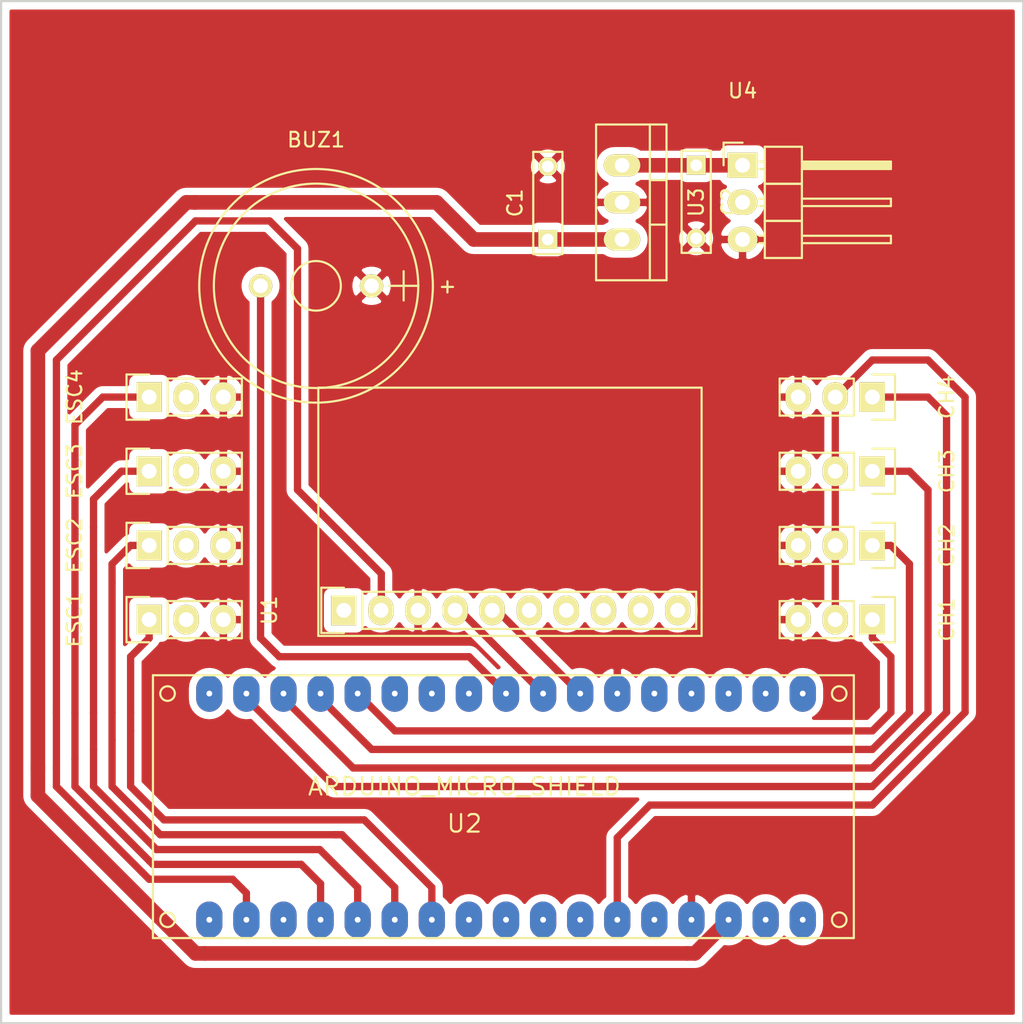
<source format=kicad_pcb>
(kicad_pcb (version 4) (host pcbnew 4.0.2-stable)

  (general
    (links 37)
    (no_connects 3)
    (area 93.924999 43.924999 164.075001 114.075001)
    (thickness 1.6)
    (drawings 4)
    (tracks 129)
    (zones 0)
    (modules 15)
    (nets 43)
  )

  (page A4)
  (layers
    (0 F.Cu jumper)
    (31 B.Cu signal)
    (32 B.Adhes user)
    (33 F.Adhes user)
    (34 B.Paste user)
    (35 F.Paste user)
    (36 B.SilkS user)
    (37 F.SilkS user)
    (38 B.Mask user)
    (39 F.Mask user)
    (40 Dwgs.User user)
    (41 Cmts.User user)
    (42 Eco1.User user)
    (43 Eco2.User user)
    (44 Edge.Cuts user)
    (45 Margin user)
    (46 B.CrtYd user)
    (47 F.CrtYd user)
    (48 B.Fab user)
    (49 F.Fab user)
  )

  (setup
    (last_trace_width 0.25)
    (trace_clearance 0.2)
    (zone_clearance 0.5)
    (zone_45_only no)
    (trace_min 0.2)
    (segment_width 0.2)
    (edge_width 0.15)
    (via_size 0.6)
    (via_drill 0.4)
    (via_min_size 0.4)
    (via_min_drill 0.3)
    (uvia_size 0.3)
    (uvia_drill 0.1)
    (uvias_allowed no)
    (uvia_min_size 0.2)
    (uvia_min_drill 0.1)
    (pcb_text_width 0.3)
    (pcb_text_size 1.5 1.5)
    (mod_edge_width 0.15)
    (mod_text_size 1 1)
    (mod_text_width 0.15)
    (pad_size 1.2 1.8)
    (pad_drill 0.4)
    (pad_to_mask_clearance 0.2)
    (aux_axis_origin 0 0)
    (visible_elements 7FFFFFFF)
    (pcbplotparams
      (layerselection 0x01030_80000001)
      (usegerberextensions false)
      (excludeedgelayer true)
      (linewidth 0.100000)
      (plotframeref false)
      (viasonmask false)
      (mode 1)
      (useauxorigin false)
      (hpglpennumber 1)
      (hpglpenspeed 20)
      (hpglpendiameter 15)
      (hpglpenoverlay 2)
      (psnegative false)
      (psa4output false)
      (plotreference true)
      (plotvalue true)
      (plotinvisibletext false)
      (padsonsilk false)
      (subtractmaskfromsilk false)
      (outputformat 4)
      (mirror true)
      (drillshape 0)
      (scaleselection 1)
      (outputdirectory "C:/Users/Morgan Diepart/Desktop/Kicadoutput/Mirror"))
  )

  (net 0 "")
  (net 1 "Net-(BUZ1-Pad1)")
  (net 2 "Net-(C1-Pad1)")
  (net 3 "Net-(C2-Pad1)")
  (net 4 "Net-(CH1-Pad1)")
  (net 5 +5V)
  (net 6 GND)
  (net 7 "Net-(CH2-Pad1)")
  (net 8 "Net-(CH3-Pad1)")
  (net 9 "Net-(CH4-Pad1)")
  (net 10 "Net-(ESC1-Pad1)")
  (net 11 "Net-(ESC2-Pad1)")
  (net 12 "Net-(ESC3-Pad1)")
  (net 13 "Net-(ESC4-Pad1)")
  (net 14 "Net-(U1-Pad4)")
  (net 15 "Net-(U1-Pad5)")
  (net 16 "Net-(U2-PadRST)")
  (net 17 "Net-(U2-PadNC)")
  (net 18 /ARDUINO_3.3V)
  (net 19 "Net-(ESC1-Pad2)")
  (net 20 "Net-(ESC2-Pad2)")
  (net 21 "Net-(ESC3-Pad2)")
  (net 22 "Net-(ESC4-Pad2)")
  (net 23 "Net-(U1-Pad1)")
  (net 24 "Net-(U1-Pad6)")
  (net 25 "Net-(U1-Pad7)")
  (net 26 "Net-(U1-Pad8)")
  (net 27 "Net-(U1-Pad9)")
  (net 28 "Net-(U1-Pad10)")
  (net 29 "Net-(U2-PadSCK)")
  (net 30 "Net-(U2-PadMI)")
  (net 31 "Net-(U2-PadA5)")
  (net 32 "Net-(U2-PadA4)")
  (net 33 "Net-(U2-PadAREF)")
  (net 34 "Net-(U2-Pad13)")
  (net 35 "Net-(U2-PadMO)")
  (net 36 "Net-(U2-PadSS)")
  (net 37 "Net-(U2-PadTX)")
  (net 38 "Net-(U2-PadRX)")
  (net 39 "Net-(U2-Pad5)")
  (net 40 "Net-(U2-Pad6)")
  (net 41 "Net-(U2-Pad7)")
  (net 42 "Net-(U2-Pad12)")

  (net_class Default "Ceci est la Netclass par défaut"
    (clearance 0.2)
    (trace_width 0.25)
    (via_dia 0.6)
    (via_drill 0.4)
    (uvia_dia 0.3)
    (uvia_drill 0.1)
    (add_net "Net-(ESC1-Pad2)")
    (add_net "Net-(ESC2-Pad2)")
    (add_net "Net-(ESC3-Pad2)")
    (add_net "Net-(ESC4-Pad2)")
    (add_net "Net-(U1-Pad1)")
    (add_net "Net-(U1-Pad10)")
    (add_net "Net-(U1-Pad6)")
    (add_net "Net-(U1-Pad7)")
    (add_net "Net-(U1-Pad8)")
    (add_net "Net-(U1-Pad9)")
    (add_net "Net-(U2-Pad12)")
    (add_net "Net-(U2-Pad13)")
    (add_net "Net-(U2-Pad5)")
    (add_net "Net-(U2-Pad6)")
    (add_net "Net-(U2-Pad7)")
    (add_net "Net-(U2-PadA4)")
    (add_net "Net-(U2-PadA5)")
    (add_net "Net-(U2-PadAREF)")
    (add_net "Net-(U2-PadMI)")
    (add_net "Net-(U2-PadMO)")
    (add_net "Net-(U2-PadRX)")
    (add_net "Net-(U2-PadSCK)")
    (add_net "Net-(U2-PadSS)")
    (add_net "Net-(U2-PadTX)")
  )

  (net_class "0.5 mm" ""
    (clearance 0.25)
    (trace_width 0.5)
    (via_dia 0.6)
    (via_drill 0.4)
    (uvia_dia 0.3)
    (uvia_drill 0.1)
    (add_net +5V)
    (add_net /ARDUINO_3.3V)
    (add_net GND)
    (add_net "Net-(BUZ1-Pad1)")
    (add_net "Net-(CH1-Pad1)")
    (add_net "Net-(CH2-Pad1)")
    (add_net "Net-(CH3-Pad1)")
    (add_net "Net-(CH4-Pad1)")
    (add_net "Net-(ESC1-Pad1)")
    (add_net "Net-(ESC2-Pad1)")
    (add_net "Net-(ESC3-Pad1)")
    (add_net "Net-(ESC4-Pad1)")
    (add_net "Net-(U1-Pad4)")
    (add_net "Net-(U1-Pad5)")
    (add_net "Net-(U2-PadNC)")
    (add_net "Net-(U2-PadRST)")
  )

  (net_class "1 mm" ""
    (clearance 0.25)
    (trace_width 1)
    (via_dia 0.6)
    (via_drill 0.4)
    (uvia_dia 0.3)
    (uvia_drill 0.1)
    (add_net "Net-(C1-Pad1)")
    (add_net "Net-(C2-Pad1)")
  )

  (module Buzzers_Beepers:MagneticBuzzer_StarMicronics_HMB-06_HMB-12 (layer F.Cu) (tedit 544E8BF4) (tstamp 5703CD9A)
    (at 111.76 63.5)
    (descr "Buzzer, Elektromagnetic Beeper, Summer,")
    (tags "Star Micronics, HMB-06, HMB-12,")
    (path /56DF25BE)
    (fp_text reference BUZ1 (at 3.81 -9.99998) (layer F.SilkS)
      (effects (font (size 1 1) (thickness 0.15)))
    )
    (fp_text value Buzzer (at 3.81 9.99998) (layer F.Fab)
      (effects (font (size 1 1) (thickness 0.15)))
    )
    (fp_line (start 9.80948 -1.00076) (end 9.80948 1.00076) (layer F.SilkS) (width 0.15))
    (fp_line (start 8.81126 0) (end 10.81024 0) (layer F.SilkS) (width 0.15))
    (fp_circle (center 3.81 0) (end 5.50926 0) (layer F.SilkS) (width 0.15))
    (fp_circle (center 3.81 0) (end 10.81024 0) (layer F.SilkS) (width 0.15))
    (fp_circle (center 3.81 0) (end 11.811 0) (layer F.SilkS) (width 0.15))
    (fp_text user + (at 12.80922 0) (layer F.SilkS)
      (effects (font (size 1 1) (thickness 0.15)))
    )
    (pad 1 thru_hole circle (at 0.01016 0) (size 1.6002 1.6002) (drill 1.00076) (layers *.Cu *.Mask F.SilkS)
      (net 1 "Net-(BUZ1-Pad1)"))
    (pad 2 thru_hole circle (at 7.60984 0) (size 1.6002 1.6002) (drill 1.00076) (layers *.Cu *.Mask F.SilkS)
      (net 6 GND))
    (model Buzzers_Beepers.3dshapes/MagneticBuzzer_StarMicronics_HMB-06_HMB-12.wrl
      (at (xyz 0 0 0))
      (scale (xyz 1 1 1))
      (rotate (xyz 0 0 0))
    )
  )

  (module Capacitors_ThroughHole:C_Rect_L7_W2_P5 (layer F.Cu) (tedit 0) (tstamp 5703CDA8)
    (at 131.445 60.325 90)
    (descr "Film Capacitor Length 7 x Width 2mm, Pitch 5mm")
    (tags Capacitor)
    (path /56DF4201)
    (fp_text reference C1 (at 2.5 -2.25 90) (layer F.SilkS)
      (effects (font (size 1 1) (thickness 0.15)))
    )
    (fp_text value C (at 2.5 2.5 90) (layer F.Fab)
      (effects (font (size 1 1) (thickness 0.15)))
    )
    (fp_line (start -1.25 -1.25) (end 6.25 -1.25) (layer F.CrtYd) (width 0.05))
    (fp_line (start 6.25 -1.25) (end 6.25 1.25) (layer F.CrtYd) (width 0.05))
    (fp_line (start 6.25 1.25) (end -1.25 1.25) (layer F.CrtYd) (width 0.05))
    (fp_line (start -1.25 1.25) (end -1.25 -1.25) (layer F.CrtYd) (width 0.05))
    (fp_line (start -1 -1) (end 6 -1) (layer F.SilkS) (width 0.15))
    (fp_line (start 6 -1) (end 6 1) (layer F.SilkS) (width 0.15))
    (fp_line (start 6 1) (end -1 1) (layer F.SilkS) (width 0.15))
    (fp_line (start -1 1) (end -1 -1) (layer F.SilkS) (width 0.15))
    (pad 1 thru_hole rect (at 0 0 90) (size 1.3 1.3) (drill 0.8) (layers *.Cu *.Mask F.SilkS)
      (net 2 "Net-(C1-Pad1)"))
    (pad 2 thru_hole circle (at 5 0 90) (size 1.3 1.3) (drill 0.8) (layers *.Cu *.Mask F.SilkS)
      (net 6 GND))
    (model Capacitors_ThroughHole.3dshapes/C_Rect_L7_W2_P5.wrl
      (at (xyz 0.098425 0 0))
      (scale (xyz 1 1 1))
      (rotate (xyz 0 0 0))
    )
  )

  (module Capacitors_ThroughHole:C_Rect_L7_W2_P5 (layer F.Cu) (tedit 0) (tstamp 5703CDB6)
    (at 141.605 55.245 270)
    (descr "Film Capacitor Length 7 x Width 2mm, Pitch 5mm")
    (tags Capacitor)
    (path /56DF429E)
    (fp_text reference C2 (at 2.5 -2.25 270) (layer F.SilkS)
      (effects (font (size 1 1) (thickness 0.15)))
    )
    (fp_text value C (at 2.5 2.5 270) (layer F.Fab)
      (effects (font (size 1 1) (thickness 0.15)))
    )
    (fp_line (start -1.25 -1.25) (end 6.25 -1.25) (layer F.CrtYd) (width 0.05))
    (fp_line (start 6.25 -1.25) (end 6.25 1.25) (layer F.CrtYd) (width 0.05))
    (fp_line (start 6.25 1.25) (end -1.25 1.25) (layer F.CrtYd) (width 0.05))
    (fp_line (start -1.25 1.25) (end -1.25 -1.25) (layer F.CrtYd) (width 0.05))
    (fp_line (start -1 -1) (end 6 -1) (layer F.SilkS) (width 0.15))
    (fp_line (start 6 -1) (end 6 1) (layer F.SilkS) (width 0.15))
    (fp_line (start 6 1) (end -1 1) (layer F.SilkS) (width 0.15))
    (fp_line (start -1 1) (end -1 -1) (layer F.SilkS) (width 0.15))
    (pad 1 thru_hole rect (at 0 0 270) (size 1.3 1.3) (drill 0.8) (layers *.Cu *.Mask F.SilkS)
      (net 3 "Net-(C2-Pad1)"))
    (pad 2 thru_hole circle (at 5 0 270) (size 1.3 1.3) (drill 0.8) (layers *.Cu *.Mask F.SilkS)
      (net 6 GND))
    (model Capacitors_ThroughHole.3dshapes/C_Rect_L7_W2_P5.wrl
      (at (xyz 0.098425 0 0))
      (scale (xyz 1 1 1))
      (rotate (xyz 0 0 0))
    )
  )

  (module Pin_Headers:Pin_Header_Straight_1x03 (layer F.Cu) (tedit 0) (tstamp 5703CDC8)
    (at 153.67 86.36 270)
    (descr "Through hole pin header")
    (tags "pin header")
    (path /56DF22BB)
    (fp_text reference CH1 (at 0 -5.1 270) (layer F.SilkS)
      (effects (font (size 1 1) (thickness 0.15)))
    )
    (fp_text value Rx_Pin (at 0 -3.1 270) (layer F.Fab)
      (effects (font (size 1 1) (thickness 0.15)))
    )
    (fp_line (start -1.75 -1.75) (end -1.75 6.85) (layer F.CrtYd) (width 0.05))
    (fp_line (start 1.75 -1.75) (end 1.75 6.85) (layer F.CrtYd) (width 0.05))
    (fp_line (start -1.75 -1.75) (end 1.75 -1.75) (layer F.CrtYd) (width 0.05))
    (fp_line (start -1.75 6.85) (end 1.75 6.85) (layer F.CrtYd) (width 0.05))
    (fp_line (start -1.27 1.27) (end -1.27 6.35) (layer F.SilkS) (width 0.15))
    (fp_line (start -1.27 6.35) (end 1.27 6.35) (layer F.SilkS) (width 0.15))
    (fp_line (start 1.27 6.35) (end 1.27 1.27) (layer F.SilkS) (width 0.15))
    (fp_line (start 1.55 -1.55) (end 1.55 0) (layer F.SilkS) (width 0.15))
    (fp_line (start 1.27 1.27) (end -1.27 1.27) (layer F.SilkS) (width 0.15))
    (fp_line (start -1.55 0) (end -1.55 -1.55) (layer F.SilkS) (width 0.15))
    (fp_line (start -1.55 -1.55) (end 1.55 -1.55) (layer F.SilkS) (width 0.15))
    (pad 1 thru_hole rect (at 0 0 270) (size 2.032 1.7272) (drill 1.016) (layers *.Cu *.Mask F.SilkS)
      (net 4 "Net-(CH1-Pad1)"))
    (pad 2 thru_hole oval (at 0 2.54 270) (size 2.032 1.7272) (drill 1.016) (layers *.Cu *.Mask F.SilkS)
      (net 5 +5V))
    (pad 3 thru_hole oval (at 0 5.08 270) (size 2.032 1.7272) (drill 1.016) (layers *.Cu *.Mask F.SilkS)
      (net 6 GND))
    (model Pin_Headers.3dshapes/Pin_Header_Straight_1x03.wrl
      (at (xyz 0 -0.1 0))
      (scale (xyz 1 1 1))
      (rotate (xyz 0 0 90))
    )
  )

  (module Pin_Headers:Pin_Header_Straight_1x03 (layer F.Cu) (tedit 0) (tstamp 5703CDDA)
    (at 153.67 81.28 270)
    (descr "Through hole pin header")
    (tags "pin header")
    (path /56DF230E)
    (fp_text reference CH2 (at 0 -5.1 270) (layer F.SilkS)
      (effects (font (size 1 1) (thickness 0.15)))
    )
    (fp_text value Rx_Pin (at 0 -3.1 270) (layer F.Fab)
      (effects (font (size 1 1) (thickness 0.15)))
    )
    (fp_line (start -1.75 -1.75) (end -1.75 6.85) (layer F.CrtYd) (width 0.05))
    (fp_line (start 1.75 -1.75) (end 1.75 6.85) (layer F.CrtYd) (width 0.05))
    (fp_line (start -1.75 -1.75) (end 1.75 -1.75) (layer F.CrtYd) (width 0.05))
    (fp_line (start -1.75 6.85) (end 1.75 6.85) (layer F.CrtYd) (width 0.05))
    (fp_line (start -1.27 1.27) (end -1.27 6.35) (layer F.SilkS) (width 0.15))
    (fp_line (start -1.27 6.35) (end 1.27 6.35) (layer F.SilkS) (width 0.15))
    (fp_line (start 1.27 6.35) (end 1.27 1.27) (layer F.SilkS) (width 0.15))
    (fp_line (start 1.55 -1.55) (end 1.55 0) (layer F.SilkS) (width 0.15))
    (fp_line (start 1.27 1.27) (end -1.27 1.27) (layer F.SilkS) (width 0.15))
    (fp_line (start -1.55 0) (end -1.55 -1.55) (layer F.SilkS) (width 0.15))
    (fp_line (start -1.55 -1.55) (end 1.55 -1.55) (layer F.SilkS) (width 0.15))
    (pad 1 thru_hole rect (at 0 0 270) (size 2.032 1.7272) (drill 1.016) (layers *.Cu *.Mask F.SilkS)
      (net 7 "Net-(CH2-Pad1)"))
    (pad 2 thru_hole oval (at 0 2.54 270) (size 2.032 1.7272) (drill 1.016) (layers *.Cu *.Mask F.SilkS)
      (net 5 +5V))
    (pad 3 thru_hole oval (at 0 5.08 270) (size 2.032 1.7272) (drill 1.016) (layers *.Cu *.Mask F.SilkS)
      (net 6 GND))
    (model Pin_Headers.3dshapes/Pin_Header_Straight_1x03.wrl
      (at (xyz 0 -0.1 0))
      (scale (xyz 1 1 1))
      (rotate (xyz 0 0 90))
    )
  )

  (module Pin_Headers:Pin_Header_Straight_1x03 (layer F.Cu) (tedit 0) (tstamp 5703CDEC)
    (at 153.67 76.2 270)
    (descr "Through hole pin header")
    (tags "pin header")
    (path /56DF23AF)
    (fp_text reference CH3 (at 0 -5.1 270) (layer F.SilkS)
      (effects (font (size 1 1) (thickness 0.15)))
    )
    (fp_text value Rx_Pin (at 0 -3.1 270) (layer F.Fab)
      (effects (font (size 1 1) (thickness 0.15)))
    )
    (fp_line (start -1.75 -1.75) (end -1.75 6.85) (layer F.CrtYd) (width 0.05))
    (fp_line (start 1.75 -1.75) (end 1.75 6.85) (layer F.CrtYd) (width 0.05))
    (fp_line (start -1.75 -1.75) (end 1.75 -1.75) (layer F.CrtYd) (width 0.05))
    (fp_line (start -1.75 6.85) (end 1.75 6.85) (layer F.CrtYd) (width 0.05))
    (fp_line (start -1.27 1.27) (end -1.27 6.35) (layer F.SilkS) (width 0.15))
    (fp_line (start -1.27 6.35) (end 1.27 6.35) (layer F.SilkS) (width 0.15))
    (fp_line (start 1.27 6.35) (end 1.27 1.27) (layer F.SilkS) (width 0.15))
    (fp_line (start 1.55 -1.55) (end 1.55 0) (layer F.SilkS) (width 0.15))
    (fp_line (start 1.27 1.27) (end -1.27 1.27) (layer F.SilkS) (width 0.15))
    (fp_line (start -1.55 0) (end -1.55 -1.55) (layer F.SilkS) (width 0.15))
    (fp_line (start -1.55 -1.55) (end 1.55 -1.55) (layer F.SilkS) (width 0.15))
    (pad 1 thru_hole rect (at 0 0 270) (size 2.032 1.7272) (drill 1.016) (layers *.Cu *.Mask F.SilkS)
      (net 8 "Net-(CH3-Pad1)"))
    (pad 2 thru_hole oval (at 0 2.54 270) (size 2.032 1.7272) (drill 1.016) (layers *.Cu *.Mask F.SilkS)
      (net 5 +5V))
    (pad 3 thru_hole oval (at 0 5.08 270) (size 2.032 1.7272) (drill 1.016) (layers *.Cu *.Mask F.SilkS)
      (net 6 GND))
    (model Pin_Headers.3dshapes/Pin_Header_Straight_1x03.wrl
      (at (xyz 0 -0.1 0))
      (scale (xyz 1 1 1))
      (rotate (xyz 0 0 90))
    )
  )

  (module Pin_Headers:Pin_Header_Straight_1x03 (layer F.Cu) (tedit 0) (tstamp 5703CDFE)
    (at 153.67 71.12 270)
    (descr "Through hole pin header")
    (tags "pin header")
    (path /56DF240D)
    (fp_text reference CH4 (at 0 -5.1 270) (layer F.SilkS)
      (effects (font (size 1 1) (thickness 0.15)))
    )
    (fp_text value Rx_Pin (at 0 -3.1 270) (layer F.Fab)
      (effects (font (size 1 1) (thickness 0.15)))
    )
    (fp_line (start -1.75 -1.75) (end -1.75 6.85) (layer F.CrtYd) (width 0.05))
    (fp_line (start 1.75 -1.75) (end 1.75 6.85) (layer F.CrtYd) (width 0.05))
    (fp_line (start -1.75 -1.75) (end 1.75 -1.75) (layer F.CrtYd) (width 0.05))
    (fp_line (start -1.75 6.85) (end 1.75 6.85) (layer F.CrtYd) (width 0.05))
    (fp_line (start -1.27 1.27) (end -1.27 6.35) (layer F.SilkS) (width 0.15))
    (fp_line (start -1.27 6.35) (end 1.27 6.35) (layer F.SilkS) (width 0.15))
    (fp_line (start 1.27 6.35) (end 1.27 1.27) (layer F.SilkS) (width 0.15))
    (fp_line (start 1.55 -1.55) (end 1.55 0) (layer F.SilkS) (width 0.15))
    (fp_line (start 1.27 1.27) (end -1.27 1.27) (layer F.SilkS) (width 0.15))
    (fp_line (start -1.55 0) (end -1.55 -1.55) (layer F.SilkS) (width 0.15))
    (fp_line (start -1.55 -1.55) (end 1.55 -1.55) (layer F.SilkS) (width 0.15))
    (pad 1 thru_hole rect (at 0 0 270) (size 2.032 1.7272) (drill 1.016) (layers *.Cu *.Mask F.SilkS)
      (net 9 "Net-(CH4-Pad1)"))
    (pad 2 thru_hole oval (at 0 2.54 270) (size 2.032 1.7272) (drill 1.016) (layers *.Cu *.Mask F.SilkS)
      (net 5 +5V))
    (pad 3 thru_hole oval (at 0 5.08 270) (size 2.032 1.7272) (drill 1.016) (layers *.Cu *.Mask F.SilkS)
      (net 6 GND))
    (model Pin_Headers.3dshapes/Pin_Header_Straight_1x03.wrl
      (at (xyz 0 -0.1 0))
      (scale (xyz 1 1 1))
      (rotate (xyz 0 0 90))
    )
  )

  (module Pin_Headers:Pin_Header_Straight_1x03 (layer F.Cu) (tedit 0) (tstamp 5703CE10)
    (at 104.14 86.36 90)
    (descr "Through hole pin header")
    (tags "pin header")
    (path /56DF1DA7)
    (fp_text reference ESC1 (at 0 -5.1 90) (layer F.SilkS)
      (effects (font (size 1 1) (thickness 0.15)))
    )
    (fp_text value ESC_Connecor (at 0 -3.1 90) (layer F.Fab)
      (effects (font (size 1 1) (thickness 0.15)))
    )
    (fp_line (start -1.75 -1.75) (end -1.75 6.85) (layer F.CrtYd) (width 0.05))
    (fp_line (start 1.75 -1.75) (end 1.75 6.85) (layer F.CrtYd) (width 0.05))
    (fp_line (start -1.75 -1.75) (end 1.75 -1.75) (layer F.CrtYd) (width 0.05))
    (fp_line (start -1.75 6.85) (end 1.75 6.85) (layer F.CrtYd) (width 0.05))
    (fp_line (start -1.27 1.27) (end -1.27 6.35) (layer F.SilkS) (width 0.15))
    (fp_line (start -1.27 6.35) (end 1.27 6.35) (layer F.SilkS) (width 0.15))
    (fp_line (start 1.27 6.35) (end 1.27 1.27) (layer F.SilkS) (width 0.15))
    (fp_line (start 1.55 -1.55) (end 1.55 0) (layer F.SilkS) (width 0.15))
    (fp_line (start 1.27 1.27) (end -1.27 1.27) (layer F.SilkS) (width 0.15))
    (fp_line (start -1.55 0) (end -1.55 -1.55) (layer F.SilkS) (width 0.15))
    (fp_line (start -1.55 -1.55) (end 1.55 -1.55) (layer F.SilkS) (width 0.15))
    (pad 1 thru_hole rect (at 0 0 90) (size 2.032 1.7272) (drill 1.016) (layers *.Cu *.Mask F.SilkS)
      (net 10 "Net-(ESC1-Pad1)"))
    (pad 2 thru_hole oval (at 0 2.54 90) (size 2.032 1.7272) (drill 1.016) (layers *.Cu *.Mask F.SilkS)
      (net 19 "Net-(ESC1-Pad2)"))
    (pad 3 thru_hole oval (at 0 5.08 90) (size 2.032 1.7272) (drill 1.016) (layers *.Cu *.Mask F.SilkS)
      (net 6 GND))
    (model Pin_Headers.3dshapes/Pin_Header_Straight_1x03.wrl
      (at (xyz 0 -0.1 0))
      (scale (xyz 1 1 1))
      (rotate (xyz 0 0 90))
    )
  )

  (module Pin_Headers:Pin_Header_Straight_1x03 (layer F.Cu) (tedit 0) (tstamp 5703CE22)
    (at 104.14 81.28 90)
    (descr "Through hole pin header")
    (tags "pin header")
    (path /56DF1E63)
    (fp_text reference ESC2 (at 0 -5.1 90) (layer F.SilkS)
      (effects (font (size 1 1) (thickness 0.15)))
    )
    (fp_text value ESC_Connecor (at 0 -3.1 90) (layer F.Fab)
      (effects (font (size 1 1) (thickness 0.15)))
    )
    (fp_line (start -1.75 -1.75) (end -1.75 6.85) (layer F.CrtYd) (width 0.05))
    (fp_line (start 1.75 -1.75) (end 1.75 6.85) (layer F.CrtYd) (width 0.05))
    (fp_line (start -1.75 -1.75) (end 1.75 -1.75) (layer F.CrtYd) (width 0.05))
    (fp_line (start -1.75 6.85) (end 1.75 6.85) (layer F.CrtYd) (width 0.05))
    (fp_line (start -1.27 1.27) (end -1.27 6.35) (layer F.SilkS) (width 0.15))
    (fp_line (start -1.27 6.35) (end 1.27 6.35) (layer F.SilkS) (width 0.15))
    (fp_line (start 1.27 6.35) (end 1.27 1.27) (layer F.SilkS) (width 0.15))
    (fp_line (start 1.55 -1.55) (end 1.55 0) (layer F.SilkS) (width 0.15))
    (fp_line (start 1.27 1.27) (end -1.27 1.27) (layer F.SilkS) (width 0.15))
    (fp_line (start -1.55 0) (end -1.55 -1.55) (layer F.SilkS) (width 0.15))
    (fp_line (start -1.55 -1.55) (end 1.55 -1.55) (layer F.SilkS) (width 0.15))
    (pad 1 thru_hole rect (at 0 0 90) (size 2.032 1.7272) (drill 1.016) (layers *.Cu *.Mask F.SilkS)
      (net 11 "Net-(ESC2-Pad1)"))
    (pad 2 thru_hole oval (at 0 2.54 90) (size 2.032 1.7272) (drill 1.016) (layers *.Cu *.Mask F.SilkS)
      (net 20 "Net-(ESC2-Pad2)"))
    (pad 3 thru_hole oval (at 0 5.08 90) (size 2.032 1.7272) (drill 1.016) (layers *.Cu *.Mask F.SilkS)
      (net 6 GND))
    (model Pin_Headers.3dshapes/Pin_Header_Straight_1x03.wrl
      (at (xyz 0 -0.1 0))
      (scale (xyz 1 1 1))
      (rotate (xyz 0 0 90))
    )
  )

  (module Pin_Headers:Pin_Header_Straight_1x03 (layer F.Cu) (tedit 0) (tstamp 5703CE34)
    (at 104.14 76.2 90)
    (descr "Through hole pin header")
    (tags "pin header")
    (path /56DF1EA7)
    (fp_text reference ESC3 (at 0 -5.1 90) (layer F.SilkS)
      (effects (font (size 1 1) (thickness 0.15)))
    )
    (fp_text value ESC_Connecor (at 0 -3.1 90) (layer F.Fab)
      (effects (font (size 1 1) (thickness 0.15)))
    )
    (fp_line (start -1.75 -1.75) (end -1.75 6.85) (layer F.CrtYd) (width 0.05))
    (fp_line (start 1.75 -1.75) (end 1.75 6.85) (layer F.CrtYd) (width 0.05))
    (fp_line (start -1.75 -1.75) (end 1.75 -1.75) (layer F.CrtYd) (width 0.05))
    (fp_line (start -1.75 6.85) (end 1.75 6.85) (layer F.CrtYd) (width 0.05))
    (fp_line (start -1.27 1.27) (end -1.27 6.35) (layer F.SilkS) (width 0.15))
    (fp_line (start -1.27 6.35) (end 1.27 6.35) (layer F.SilkS) (width 0.15))
    (fp_line (start 1.27 6.35) (end 1.27 1.27) (layer F.SilkS) (width 0.15))
    (fp_line (start 1.55 -1.55) (end 1.55 0) (layer F.SilkS) (width 0.15))
    (fp_line (start 1.27 1.27) (end -1.27 1.27) (layer F.SilkS) (width 0.15))
    (fp_line (start -1.55 0) (end -1.55 -1.55) (layer F.SilkS) (width 0.15))
    (fp_line (start -1.55 -1.55) (end 1.55 -1.55) (layer F.SilkS) (width 0.15))
    (pad 1 thru_hole rect (at 0 0 90) (size 2.032 1.7272) (drill 1.016) (layers *.Cu *.Mask F.SilkS)
      (net 12 "Net-(ESC3-Pad1)"))
    (pad 2 thru_hole oval (at 0 2.54 90) (size 2.032 1.7272) (drill 1.016) (layers *.Cu *.Mask F.SilkS)
      (net 21 "Net-(ESC3-Pad2)"))
    (pad 3 thru_hole oval (at 0 5.08 90) (size 2.032 1.7272) (drill 1.016) (layers *.Cu *.Mask F.SilkS)
      (net 6 GND))
    (model Pin_Headers.3dshapes/Pin_Header_Straight_1x03.wrl
      (at (xyz 0 -0.1 0))
      (scale (xyz 1 1 1))
      (rotate (xyz 0 0 90))
    )
  )

  (module Pin_Headers:Pin_Header_Straight_1x03 (layer F.Cu) (tedit 0) (tstamp 5703CE46)
    (at 104.14 71.12 90)
    (descr "Through hole pin header")
    (tags "pin header")
    (path /56DF1EF0)
    (fp_text reference ESC4 (at 0 -5.1 90) (layer F.SilkS)
      (effects (font (size 1 1) (thickness 0.15)))
    )
    (fp_text value ESC_Connecor (at 0 -3.1 90) (layer F.Fab)
      (effects (font (size 1 1) (thickness 0.15)))
    )
    (fp_line (start -1.75 -1.75) (end -1.75 6.85) (layer F.CrtYd) (width 0.05))
    (fp_line (start 1.75 -1.75) (end 1.75 6.85) (layer F.CrtYd) (width 0.05))
    (fp_line (start -1.75 -1.75) (end 1.75 -1.75) (layer F.CrtYd) (width 0.05))
    (fp_line (start -1.75 6.85) (end 1.75 6.85) (layer F.CrtYd) (width 0.05))
    (fp_line (start -1.27 1.27) (end -1.27 6.35) (layer F.SilkS) (width 0.15))
    (fp_line (start -1.27 6.35) (end 1.27 6.35) (layer F.SilkS) (width 0.15))
    (fp_line (start 1.27 6.35) (end 1.27 1.27) (layer F.SilkS) (width 0.15))
    (fp_line (start 1.55 -1.55) (end 1.55 0) (layer F.SilkS) (width 0.15))
    (fp_line (start 1.27 1.27) (end -1.27 1.27) (layer F.SilkS) (width 0.15))
    (fp_line (start -1.55 0) (end -1.55 -1.55) (layer F.SilkS) (width 0.15))
    (fp_line (start -1.55 -1.55) (end 1.55 -1.55) (layer F.SilkS) (width 0.15))
    (pad 1 thru_hole rect (at 0 0 90) (size 2.032 1.7272) (drill 1.016) (layers *.Cu *.Mask F.SilkS)
      (net 13 "Net-(ESC4-Pad1)"))
    (pad 2 thru_hole oval (at 0 2.54 90) (size 2.032 1.7272) (drill 1.016) (layers *.Cu *.Mask F.SilkS)
      (net 22 "Net-(ESC4-Pad2)"))
    (pad 3 thru_hole oval (at 0 5.08 90) (size 2.032 1.7272) (drill 1.016) (layers *.Cu *.Mask F.SilkS)
      (net 6 GND))
    (model Pin_Headers.3dshapes/Pin_Header_Straight_1x03.wrl
      (at (xyz 0 -0.1 0))
      (scale (xyz 1 1 1))
      (rotate (xyz 0 0 90))
    )
  )

  (module GY-80:GY-80-Footprint placed (layer F.Cu) (tedit 56DF26EC) (tstamp 5703CE63)
    (at 117.475 85.725 90)
    (descr "Through hole pin header")
    (tags "pin header")
    (path /56DF1AF9)
    (fp_text reference U1 (at 0 -5.1 90) (layer F.SilkS)
      (effects (font (size 1 1) (thickness 0.15)))
    )
    (fp_text value GY-80 (at 0 -3.1 90) (layer F.Fab)
      (effects (font (size 1 1) (thickness 0.15)))
    )
    (fp_line (start -1.75 -1.75) (end 15.25 -1.75) (layer F.SilkS) (width 0.15))
    (fp_line (start 15.25 -1.75) (end 15.25 24.5) (layer F.SilkS) (width 0.15))
    (fp_line (start 15.25 24.5) (end -1.75 24.5) (layer F.SilkS) (width 0.15))
    (fp_line (start -1.75 24.5) (end -1.75 -1.75) (layer F.SilkS) (width 0.15))
    (fp_line (start -1.75 -1.75) (end -1.75 24.65) (layer F.CrtYd) (width 0.05))
    (fp_line (start 1.75 -1.75) (end 1.75 24.65) (layer F.CrtYd) (width 0.05))
    (fp_line (start -1.75 -1.75) (end 1.75 -1.75) (layer F.CrtYd) (width 0.05))
    (fp_line (start -1.75 24.65) (end 1.75 24.65) (layer F.CrtYd) (width 0.05))
    (fp_line (start 1.27 1.27) (end 1.27 24.13) (layer F.SilkS) (width 0.15))
    (fp_line (start 1.27 24.13) (end -1.27 24.13) (layer F.SilkS) (width 0.15))
    (fp_line (start -1.27 24.13) (end -1.27 1.27) (layer F.SilkS) (width 0.15))
    (fp_line (start 1.55 -1.55) (end 1.55 0) (layer F.SilkS) (width 0.15))
    (fp_line (start 1.27 1.27) (end -1.27 1.27) (layer F.SilkS) (width 0.15))
    (fp_line (start -1.55 0) (end -1.55 -1.55) (layer F.SilkS) (width 0.15))
    (fp_line (start -1.55 -1.55) (end 1.55 -1.55) (layer F.SilkS) (width 0.15))
    (pad 1 thru_hole rect (at 0 0 90) (size 2.032 1.7272) (drill 1.016) (layers *.Cu *.Mask F.SilkS)
      (net 23 "Net-(U1-Pad1)"))
    (pad 2 thru_hole oval (at 0 2.54 90) (size 2.032 1.7272) (drill 1.016) (layers *.Cu *.Mask F.SilkS)
      (net 18 /ARDUINO_3.3V))
    (pad 3 thru_hole oval (at 0 5.08 90) (size 2.032 1.7272) (drill 1.016) (layers *.Cu *.Mask F.SilkS)
      (net 6 GND))
    (pad 4 thru_hole oval (at 0 7.62 90) (size 2.032 1.7272) (drill 1.016) (layers *.Cu *.Mask F.SilkS)
      (net 14 "Net-(U1-Pad4)"))
    (pad 5 thru_hole oval (at 0 10.16 90) (size 2.032 1.7272) (drill 1.016) (layers *.Cu *.Mask F.SilkS)
      (net 15 "Net-(U1-Pad5)"))
    (pad 6 thru_hole oval (at 0 12.7 90) (size 2.032 1.7272) (drill 1.016) (layers *.Cu *.Mask F.SilkS)
      (net 24 "Net-(U1-Pad6)"))
    (pad 7 thru_hole oval (at 0 15.24 90) (size 2.032 1.7272) (drill 1.016) (layers *.Cu *.Mask F.SilkS)
      (net 25 "Net-(U1-Pad7)"))
    (pad 8 thru_hole oval (at 0 17.78 90) (size 2.032 1.7272) (drill 1.016) (layers *.Cu *.Mask F.SilkS)
      (net 26 "Net-(U1-Pad8)"))
    (pad 9 thru_hole oval (at 0 20.32 90) (size 2.032 1.7272) (drill 1.016) (layers *.Cu *.Mask F.SilkS)
      (net 27 "Net-(U1-Pad9)"))
    (pad 10 thru_hole oval (at 0 22.86 90) (size 2.032 1.7272) (drill 1.016) (layers *.Cu *.Mask F.SilkS)
      (net 28 "Net-(U1-Pad10)"))
    (model Pin_Headers.3dshapes/Pin_Header_Straight_1x10.wrl
      (at (xyz 0 -0.45 0))
      (scale (xyz 1 1 1))
      (rotate (xyz 0 0 90))
    )
  )

  (module arduino_micro_shield:ARDUINO_MICRO_SHIELD placed (layer F.Cu) (tedit 5703CADE) (tstamp 5703CE91)
    (at 152.4 90.17 180)
    (tags "ARDUINO, MICRO")
    (path /56DF1795)
    (fp_text reference U2 (at 26.67 -10.16 180) (layer F.SilkS)
      (effects (font (size 1.2 1.2) (thickness 0.15)))
    )
    (fp_text value ARDUINO_MICRO_SHIELD (at 26.67 -7.62 180) (layer F.SilkS)
      (effects (font (size 1.2 1.2) (thickness 0.15)))
    )
    (fp_circle (center 1 -1.254) (end 1.5 -1.254) (layer F.SilkS) (width 0.15))
    (fp_circle (center 1 -16.746) (end 1.5 -16.746) (layer F.SilkS) (width 0.15))
    (fp_circle (center 47 -1.254) (end 47.5 -1.254) (layer F.SilkS) (width 0.15))
    (fp_circle (center 47 -16.746) (end 47.5 -16.746) (layer F.SilkS) (width 0.15))
    (fp_line (start 0 -18) (end 48 -18) (layer F.SilkS) (width 0.15))
    (fp_line (start 48 -18) (end 48 0) (layer F.SilkS) (width 0.15))
    (fp_line (start 48 0) (end 0 0) (layer F.SilkS) (width 0.15))
    (fp_line (start 0 0) (end 0 -18) (layer F.SilkS) (width 0.15))
    (pad SCK thru_hole oval (at 3.5 -16.746 180) (size 1.8 2.5) (drill 0.4) (layers *.Cu *.Mask)
      (net 29 "Net-(U2-PadSCK)"))
    (pad MI thru_hole oval (at 6.04 -16.746 180) (size 1.8 2.5) (drill 0.4) (layers *.Cu *.Mask)
      (net 30 "Net-(U2-PadMI)"))
    (pad VI thru_hole oval (at 8.58 -16.746 180) (size 1.8 2.5) (drill 0.4) (layers *.Cu *.Mask)
      (net 2 "Net-(C1-Pad1)"))
    (pad GND thru_hole oval (at 11.12 -16.746 180) (size 1.8 2.5) (drill 0.4) (layers *.Cu *.Mask)
      (net 6 GND))
    (pad RST thru_hole oval (at 13.66 -16.746 180) (size 1.8 2.5) (drill 0.4) (layers *.Cu *.Mask)
      (net 16 "Net-(U2-PadRST)"))
    (pad 5V thru_hole oval (at 16.2 -16.746 180) (size 1.8 2.5) (drill 0.4) (layers *.Cu *.Mask)
      (net 5 +5V))
    (pad NC thru_hole oval (at 18.74 -16.746 180) (size 1.8 2.5) (drill 0.4) (layers *.Cu *.Mask)
      (net 17 "Net-(U2-PadNC)"))
    (pad NC thru_hole oval (at 21.28 -16.746 180) (size 1.8 2.5) (drill 0.4) (layers *.Cu *.Mask)
      (net 17 "Net-(U2-PadNC)"))
    (pad A5 thru_hole oval (at 23.82 -16.746 180) (size 1.8 2.5) (drill 0.4) (layers *.Cu *.Mask)
      (net 31 "Net-(U2-PadA5)"))
    (pad A4 thru_hole oval (at 26.36 -16.746 180) (size 1.8 2.5) (drill 0.4) (layers *.Cu *.Mask)
      (net 32 "Net-(U2-PadA4)"))
    (pad A3 thru_hole oval (at 28.9 -16.746 180) (size 1.8 2.5) (drill 0.4) (layers *.Cu *.Mask)
      (net 10 "Net-(ESC1-Pad1)"))
    (pad A2 thru_hole oval (at 31.44 -16.746 180) (size 1.8 2.5) (drill 0.4) (layers *.Cu *.Mask)
      (net 11 "Net-(ESC2-Pad1)"))
    (pad A1 thru_hole oval (at 33.98 -16.746 180) (size 1.8 2.5) (drill 0.4) (layers *.Cu *.Mask)
      (net 12 "Net-(ESC3-Pad1)"))
    (pad A0 thru_hole oval (at 36.52 -16.746 180) (size 1.8 2.5) (drill 0.4) (layers *.Cu *.Mask)
      (net 13 "Net-(ESC4-Pad1)"))
    (pad AREF thru_hole oval (at 39.06 -16.746 180) (size 1.8 2.5) (drill 0.4) (layers *.Cu *.Mask)
      (net 33 "Net-(U2-PadAREF)"))
    (pad 3.3V thru_hole oval (at 41.6 -16.746 180) (size 1.8 2.5) (drill 0.4) (layers *.Cu *.Mask)
      (net 18 /ARDUINO_3.3V))
    (pad 13 thru_hole oval (at 44.14 -16.746 180) (size 1.8 2.5) (drill 0.4) (layers *.Cu *.Mask)
      (net 34 "Net-(U2-Pad13)"))
    (pad MO thru_hole oval (at 3.5 -1.254 180) (size 1.8 2.5) (drill 0.4) (layers *.Cu *.Mask)
      (net 35 "Net-(U2-PadMO)"))
    (pad SS thru_hole oval (at 6.04 -1.254 180) (size 1.8 2.5) (drill 0.4) (layers *.Cu *.Mask)
      (net 36 "Net-(U2-PadSS)"))
    (pad TX thru_hole oval (at 8.58 -1.254 180) (size 1.8 2.5) (drill 0.4) (layers *.Cu *.Mask)
      (net 37 "Net-(U2-PadTX)"))
    (pad RX thru_hole oval (at 11.12 -1.254 180) (size 1.8 2.5) (drill 0.4) (layers *.Cu *.Mask)
      (net 38 "Net-(U2-PadRX)"))
    (pad RST thru_hole oval (at 13.66 -1.254 180) (size 1.8 2.5) (drill 0.4) (layers *.Cu *.Mask)
      (net 16 "Net-(U2-PadRST)"))
    (pad GND thru_hole oval (at 16.2 -1.254 180) (size 1.8 2.5) (drill 0.4) (layers *.Cu *.Mask)
      (net 6 GND))
    (pad 2 thru_hole oval (at 18.74 -1.254 180) (size 1.8 2.5) (drill 0.4) (layers *.Cu *.Mask)
      (net 15 "Net-(U1-Pad5)"))
    (pad 3 thru_hole oval (at 21.28 -1.254 180) (size 1.8 2.5) (drill 0.4) (layers *.Cu *.Mask)
      (net 14 "Net-(U1-Pad4)"))
    (pad 4 thru_hole oval (at 23.82 -1.254 180) (size 1.8 2.5) (drill 0.4) (layers *.Cu *.Mask)
      (net 1 "Net-(BUZ1-Pad1)"))
    (pad 5 thru_hole oval (at 26.36 -1.254 180) (size 1.8 2.5) (drill 0.4) (layers *.Cu *.Mask)
      (net 39 "Net-(U2-Pad5)"))
    (pad 6 thru_hole oval (at 28.9 -1.254 180) (size 1.8 2.5) (drill 0.4) (layers *.Cu *.Mask)
      (net 40 "Net-(U2-Pad6)"))
    (pad 7 thru_hole oval (at 31.44 -1.254 180) (size 1.8 2.5) (drill 0.4) (layers *.Cu *.Mask)
      (net 41 "Net-(U2-Pad7)"))
    (pad 8 thru_hole oval (at 33.98 -1.254 180) (size 1.8 2.5) (drill 0.4) (layers *.Cu *.Mask)
      (net 4 "Net-(CH1-Pad1)"))
    (pad 9 thru_hole oval (at 36.52 -1.254 180) (size 1.8 2.5) (drill 0.4) (layers *.Cu *.Mask)
      (net 7 "Net-(CH2-Pad1)"))
    (pad 10 thru_hole oval (at 39.06 -1.254 180) (size 1.8 2.5) (drill 0.4) (layers *.Cu *.Mask)
      (net 8 "Net-(CH3-Pad1)"))
    (pad 11 thru_hole oval (at 41.6 -1.254 180) (size 1.8 2.5) (drill 0.4) (layers *.Cu *.Mask)
      (net 9 "Net-(CH4-Pad1)"))
    (pad 12 thru_hole oval (at 44.14 -1.254 180) (size 1.8 2.5) (drill 0.4) (layers *.Cu *.Mask)
      (net 42 "Net-(U2-Pad12)"))
  )

  (module TO_SOT_Packages_THT:TO-220_Neutral123_Vertical (layer F.Cu) (tedit 0) (tstamp 5703CEA2)
    (at 136.525 57.785 270)
    (descr "TO-220, Neutral, Vertical,")
    (tags "TO-220, Neutral, Vertical,")
    (path /56DF2096)
    (fp_text reference U3 (at 0 -5.08 270) (layer F.SilkS)
      (effects (font (size 1 1) (thickness 0.15)))
    )
    (fp_text value LM7809CT (at 0 3.81 270) (layer F.Fab)
      (effects (font (size 1 1) (thickness 0.15)))
    )
    (fp_line (start -1.524 -3.048) (end -1.524 -1.905) (layer F.SilkS) (width 0.15))
    (fp_line (start 1.524 -3.048) (end 1.524 -1.905) (layer F.SilkS) (width 0.15))
    (fp_line (start 5.334 -1.905) (end 5.334 1.778) (layer F.SilkS) (width 0.15))
    (fp_line (start 5.334 1.778) (end -5.334 1.778) (layer F.SilkS) (width 0.15))
    (fp_line (start -5.334 1.778) (end -5.334 -1.905) (layer F.SilkS) (width 0.15))
    (fp_line (start 5.334 -3.048) (end 5.334 -1.905) (layer F.SilkS) (width 0.15))
    (fp_line (start 5.334 -1.905) (end -5.334 -1.905) (layer F.SilkS) (width 0.15))
    (fp_line (start -5.334 -1.905) (end -5.334 -3.048) (layer F.SilkS) (width 0.15))
    (fp_line (start 0 -3.048) (end -5.334 -3.048) (layer F.SilkS) (width 0.15))
    (fp_line (start 0 -3.048) (end 5.334 -3.048) (layer F.SilkS) (width 0.15))
    (pad 2 thru_hole oval (at 0 0) (size 2.49936 1.50114) (drill 1.00076) (layers *.Cu *.Mask F.SilkS)
      (net 6 GND))
    (pad 1 thru_hole oval (at -2.54 0) (size 2.49936 1.50114) (drill 1.00076) (layers *.Cu *.Mask F.SilkS)
      (net 3 "Net-(C2-Pad1)"))
    (pad 3 thru_hole oval (at 2.54 0) (size 2.49936 1.50114) (drill 1.00076) (layers *.Cu *.Mask F.SilkS)
      (net 2 "Net-(C1-Pad1)"))
    (model TO_SOT_Packages_THT.3dshapes/TO-220_Neutral123_Vertical.wrl
      (at (xyz 0 0 0))
      (scale (xyz 0.3937 0.3937 0.3937))
      (rotate (xyz 0 0 0))
    )
  )

  (module Pin_Headers:Pin_Header_Angled_1x03 (layer F.Cu) (tedit 0) (tstamp 5703CECF)
    (at 144.78 55.245)
    (descr "Through hole pin header")
    (tags "pin header")
    (path /56DF4514)
    (fp_text reference U4 (at 0 -5.1) (layer F.SilkS)
      (effects (font (size 1 1) (thickness 0.15)))
    )
    (fp_text value Battery_Connector (at 0 -3.1) (layer F.Fab)
      (effects (font (size 1 1) (thickness 0.15)))
    )
    (fp_line (start -1.5 -1.75) (end -1.5 6.85) (layer F.CrtYd) (width 0.05))
    (fp_line (start 10.65 -1.75) (end 10.65 6.85) (layer F.CrtYd) (width 0.05))
    (fp_line (start -1.5 -1.75) (end 10.65 -1.75) (layer F.CrtYd) (width 0.05))
    (fp_line (start -1.5 6.85) (end 10.65 6.85) (layer F.CrtYd) (width 0.05))
    (fp_line (start -1.3 -1.55) (end -1.3 0) (layer F.SilkS) (width 0.15))
    (fp_line (start 0 -1.55) (end -1.3 -1.55) (layer F.SilkS) (width 0.15))
    (fp_line (start 4.191 -0.127) (end 10.033 -0.127) (layer F.SilkS) (width 0.15))
    (fp_line (start 10.033 -0.127) (end 10.033 0.127) (layer F.SilkS) (width 0.15))
    (fp_line (start 10.033 0.127) (end 4.191 0.127) (layer F.SilkS) (width 0.15))
    (fp_line (start 4.191 0.127) (end 4.191 0) (layer F.SilkS) (width 0.15))
    (fp_line (start 4.191 0) (end 10.033 0) (layer F.SilkS) (width 0.15))
    (fp_line (start 1.524 -0.254) (end 1.143 -0.254) (layer F.SilkS) (width 0.15))
    (fp_line (start 1.524 0.254) (end 1.143 0.254) (layer F.SilkS) (width 0.15))
    (fp_line (start 1.524 2.286) (end 1.143 2.286) (layer F.SilkS) (width 0.15))
    (fp_line (start 1.524 2.794) (end 1.143 2.794) (layer F.SilkS) (width 0.15))
    (fp_line (start 1.524 4.826) (end 1.143 4.826) (layer F.SilkS) (width 0.15))
    (fp_line (start 1.524 5.334) (end 1.143 5.334) (layer F.SilkS) (width 0.15))
    (fp_line (start 4.064 1.27) (end 4.064 -1.27) (layer F.SilkS) (width 0.15))
    (fp_line (start 10.16 0.254) (end 4.064 0.254) (layer F.SilkS) (width 0.15))
    (fp_line (start 10.16 -0.254) (end 10.16 0.254) (layer F.SilkS) (width 0.15))
    (fp_line (start 4.064 -0.254) (end 10.16 -0.254) (layer F.SilkS) (width 0.15))
    (fp_line (start 1.524 1.27) (end 4.064 1.27) (layer F.SilkS) (width 0.15))
    (fp_line (start 1.524 -1.27) (end 1.524 1.27) (layer F.SilkS) (width 0.15))
    (fp_line (start 1.524 -1.27) (end 4.064 -1.27) (layer F.SilkS) (width 0.15))
    (fp_line (start 1.524 3.81) (end 4.064 3.81) (layer F.SilkS) (width 0.15))
    (fp_line (start 1.524 3.81) (end 1.524 6.35) (layer F.SilkS) (width 0.15))
    (fp_line (start 4.064 4.826) (end 10.16 4.826) (layer F.SilkS) (width 0.15))
    (fp_line (start 10.16 4.826) (end 10.16 5.334) (layer F.SilkS) (width 0.15))
    (fp_line (start 10.16 5.334) (end 4.064 5.334) (layer F.SilkS) (width 0.15))
    (fp_line (start 4.064 6.35) (end 4.064 3.81) (layer F.SilkS) (width 0.15))
    (fp_line (start 4.064 3.81) (end 4.064 1.27) (layer F.SilkS) (width 0.15))
    (fp_line (start 10.16 2.794) (end 4.064 2.794) (layer F.SilkS) (width 0.15))
    (fp_line (start 10.16 2.286) (end 10.16 2.794) (layer F.SilkS) (width 0.15))
    (fp_line (start 4.064 2.286) (end 10.16 2.286) (layer F.SilkS) (width 0.15))
    (fp_line (start 1.524 3.81) (end 4.064 3.81) (layer F.SilkS) (width 0.15))
    (fp_line (start 1.524 1.27) (end 1.524 3.81) (layer F.SilkS) (width 0.15))
    (fp_line (start 1.524 1.27) (end 4.064 1.27) (layer F.SilkS) (width 0.15))
    (fp_line (start 1.524 6.35) (end 4.064 6.35) (layer F.SilkS) (width 0.15))
    (pad 1 thru_hole rect (at 0 0) (size 2.032 1.7272) (drill 1.016) (layers *.Cu *.Mask F.SilkS)
      (net 3 "Net-(C2-Pad1)"))
    (pad 2 thru_hole oval (at 0 2.54) (size 2.032 1.7272) (drill 1.016) (layers *.Cu *.Mask F.SilkS))
    (pad 3 thru_hole oval (at 0 5.08) (size 2.032 1.7272) (drill 1.016) (layers *.Cu *.Mask F.SilkS)
      (net 6 GND))
    (model Pin_Headers.3dshapes/Pin_Header_Angled_1x03.wrl
      (at (xyz 0 -0.1 0))
      (scale (xyz 1 1 1))
      (rotate (xyz 0 0 90))
    )
  )

  (gr_line (start 94 114) (end 164 114) (angle 90) (layer Edge.Cuts) (width 0.15))
  (gr_line (start 94 44) (end 94 114) (angle 90) (layer Edge.Cuts) (width 0.15))
  (gr_line (start 164 44) (end 94 44) (angle 90) (layer Edge.Cuts) (width 0.15))
  (gr_line (start 164 114) (end 164 44) (angle 90) (layer Edge.Cuts) (width 0.15))

  (segment (start 111.77016 63.5) (end 111.77016 87.61984) (width 0.5) (layer F.Cu) (net 1) (status 10))
  (segment (start 126.056 88.9) (end 128.58 91.424) (width 0.5) (layer F.Cu) (net 1) (tstamp 56DF3428) (status 20))
  (segment (start 113.05032 88.9) (end 126.056 88.9) (width 0.5) (layer F.Cu) (net 1) (tstamp 56DF3424))
  (segment (start 111.77016 87.61984) (end 113.05032 88.9) (width 0.5) (layer F.Cu) (net 1) (tstamp 56DF3423))
  (segment (start 96.52 96.52) (end 96.52 98.425) (width 1) (layer F.Cu) (net 2))
  (segment (start 107.315 109.22) (end 97.79 99.695) (width 1) (layer F.Cu) (net 2) (tstamp 5703D228))
  (segment (start 140.97 109.22) (end 141.516 109.22) (width 1) (layer F.Cu) (net 2))
  (segment (start 140.97 109.22) (end 107.95 109.22) (width 1) (layer F.Cu) (net 2))
  (segment (start 143.82 106.916) (end 141.516 109.22) (width 1) (layer F.Cu) (net 2) (tstamp 5703CCAB))
  (segment (start 107.95 109.22) (end 107.315 109.22) (width 1) (layer F.Cu) (net 2))
  (segment (start 106.68 57.785) (end 107.315 57.785) (width 1) (layer F.Cu) (net 2))
  (segment (start 106.68 57.785) (end 96.52 67.945) (width 1) (layer F.Cu) (net 2) (tstamp 5703D2A8))
  (segment (start 96.52 96.52) (end 96.52 67.945) (width 1) (layer F.Cu) (net 2))
  (segment (start 96.52 98.425) (end 97.79 99.695) (width 1) (layer F.Cu) (net 2) (tstamp 5703D2B3))
  (segment (start 126.365 60.325) (end 131.445 60.325) (width 1) (layer F.Cu) (net 2))
  (segment (start 126.365 60.325) (end 123.825 57.785) (width 1) (layer F.Cu) (net 2) (tstamp 56E00850))
  (segment (start 107.188 57.785) (end 107.315 57.785) (width 1) (layer F.Cu) (net 2) (tstamp 5703D2A3))
  (segment (start 107.315 57.785) (end 123.825 57.785) (width 1) (layer F.Cu) (net 2) (tstamp 5703D2A6))
  (segment (start 136.525 60.325) (end 131.445 60.325) (width 1) (layer F.Cu) (net 2) (status 10))
  (segment (start 144.78 55.245) (end 142.875 55.245) (width 1) (layer F.Cu) (net 3))
  (segment (start 142.875 55.245) (end 136.525 55.245) (width 1) (layer F.Cu) (net 3) (tstamp 56E00AA7) (status 20))
  (segment (start 154.94 92.71) (end 153.67 93.98) (width 0.5) (layer F.Cu) (net 4))
  (segment (start 153.67 87.63) (end 154.94 88.9) (width 0.5) (layer F.Cu) (net 4) (tstamp 56DF3038))
  (segment (start 154.94 88.9) (end 154.94 92.71) (width 0.5) (layer F.Cu) (net 4) (tstamp 56DF303A))
  (segment (start 153.67 86.36) (end 153.67 87.63) (width 0.5) (layer F.Cu) (net 4) (status 10))
  (segment (start 153.67 93.98) (end 120.976 93.98) (width 0.5) (layer F.Cu) (net 4) (tstamp 56DF303E))
  (segment (start 120.976 93.98) (end 118.42 91.424) (width 0.5) (layer F.Cu) (net 4) (tstamp 56DF32F9) (status 20))
  (segment (start 118.094 91.424) (end 118.42 91.424) (width 0.25) (layer F.Cu) (net 4) (tstamp 56DF2CAE) (status 30))
  (segment (start 151.13 86.36) (end 151.13 81.28) (width 0.5) (layer F.Cu) (net 5) (status 30))
  (segment (start 151.13 81.28) (end 151.13 76.2) (width 0.5) (layer F.Cu) (net 5) (tstamp 56DF339C) (status 30))
  (segment (start 151.13 76.2) (end 151.13 71.12) (width 0.5) (layer F.Cu) (net 5) (tstamp 56DF339D) (status 30))
  (segment (start 151.13 71.12) (end 153.67 68.58) (width 0.5) (layer F.Cu) (net 5) (tstamp 56DF339E) (status 10))
  (segment (start 153.67 68.58) (end 157.48 68.58) (width 0.5) (layer F.Cu) (net 5) (tstamp 56DF33A6))
  (segment (start 157.48 68.58) (end 160.02 71.12) (width 0.5) (layer F.Cu) (net 5) (tstamp 56DF33AA))
  (segment (start 160.02 71.12) (end 160.02 92.71) (width 0.5) (layer F.Cu) (net 5) (tstamp 56DF33B1))
  (segment (start 160.02 92.71) (end 153.67 99.06) (width 0.5) (layer F.Cu) (net 5) (tstamp 56DF33B2))
  (segment (start 153.67 99.06) (end 138.43 99.06) (width 0.5) (layer F.Cu) (net 5) (tstamp 56DF33B6))
  (segment (start 138.43 99.06) (end 136.2 101.29) (width 0.5) (layer F.Cu) (net 5) (tstamp 56DF33B8))
  (segment (start 136.2 101.29) (end 136.2 106.916) (width 0.5) (layer F.Cu) (net 5) (tstamp 56DF33BD) (status 20))
  (segment (start 153.67 95.25) (end 119.38 95.25) (width 0.5) (layer F.Cu) (net 7))
  (segment (start 153.67 81.28) (end 154.94 81.28) (width 0.5) (layer F.Cu) (net 7) (status 10))
  (segment (start 156.21 82.55) (end 156.21 92.71) (width 0.5) (layer F.Cu) (net 7) (tstamp 56DF3034))
  (segment (start 154.94 81.28) (end 156.21 82.55) (width 0.5) (layer F.Cu) (net 7) (tstamp 56DF3032))
  (segment (start 156.21 92.71) (end 153.67 95.25) (width 0.5) (layer F.Cu) (net 7))
  (segment (start 119.38 95.25) (end 115.88 91.75) (width 0.5) (layer F.Cu) (net 7) (tstamp 56DF32E3) (status 20))
  (segment (start 115.88 91.75) (end 115.88 91.424) (width 0.25) (layer F.Cu) (net 7) (tstamp 56DF32E4) (status 30))
  (segment (start 153.67 96.52) (end 118.11 96.52) (width 0.5) (layer F.Cu) (net 8))
  (segment (start 156.21 76.2) (end 157.48 77.47) (width 0.5) (layer F.Cu) (net 8) (tstamp 56DF302C))
  (segment (start 157.48 77.47) (end 157.48 92.71) (width 0.5) (layer F.Cu) (net 8) (tstamp 56DF302E))
  (segment (start 153.67 76.2) (end 156.21 76.2) (width 0.5) (layer F.Cu) (net 8) (status 10))
  (segment (start 157.48 92.71) (end 153.67 96.52) (width 0.5) (layer F.Cu) (net 8))
  (segment (start 118.11 96.52) (end 113.34 91.75) (width 0.5) (layer F.Cu) (net 8) (tstamp 56DF32E8) (status 20))
  (segment (start 113.34 91.75) (end 113.34 91.424) (width 0.25) (layer F.Cu) (net 8) (tstamp 56DF32E9) (status 30))
  (segment (start 113.014 91.424) (end 113.34 91.424) (width 0.25) (layer F.Cu) (net 8) (tstamp 56DF2C9B) (status 30))
  (segment (start 153.67 97.79) (end 116.84 97.79) (width 0.5) (layer F.Cu) (net 9))
  (segment (start 153.67 71.12) (end 157.48 71.12) (width 0.5) (layer F.Cu) (net 9) (status 10))
  (segment (start 158.75 72.39) (end 158.75 92.71) (width 0.5) (layer F.Cu) (net 9) (tstamp 56DF3028))
  (segment (start 157.48 71.12) (end 158.75 72.39) (width 0.5) (layer F.Cu) (net 9) (tstamp 56DF3026))
  (segment (start 158.75 92.71) (end 153.67 97.79) (width 0.5) (layer F.Cu) (net 9))
  (segment (start 116.84 97.79) (end 110.8 91.75) (width 0.5) (layer F.Cu) (net 9) (tstamp 56DF32FC) (status 20))
  (segment (start 110.8 91.75) (end 110.8 91.424) (width 0.25) (layer F.Cu) (net 9) (tstamp 56DF32FF) (status 30))
  (segment (start 123.5 106.916) (end 123.5 104.704) (width 0.5) (layer F.Cu) (net 10))
  (segment (start 105.156 100.076) (end 118.618 100.076) (width 0.5) (layer F.Cu) (net 10) (tstamp 5703D28F))
  (segment (start 102.87 93.98) (end 102.87 97.79) (width 0.5) (layer F.Cu) (net 10))
  (segment (start 102.87 88.9) (end 104.14 87.63) (width 0.5) (layer F.Cu) (net 10))
  (segment (start 102.87 88.9) (end 102.87 92.71) (width 0.5) (layer F.Cu) (net 10))
  (segment (start 102.87 92.71) (end 102.87 93.98) (width 0.5) (layer F.Cu) (net 10))
  (segment (start 104.14 87.63) (end 104.14 86.36) (width 0.5) (layer F.Cu) (net 10) (tstamp 5703C4D8))
  (segment (start 102.87 97.79) (end 104.14 99.06) (width 0.5) (layer F.Cu) (net 10) (tstamp 5703D252))
  (segment (start 104.14 99.06) (end 105.156 100.076) (width 0.5) (layer F.Cu) (net 10))
  (segment (start 118.872 100.076) (end 118.618 100.076) (width 0.5) (layer F.Cu) (net 10) (tstamp 5703D29E))
  (segment (start 123.5 104.704) (end 118.872 100.076) (width 0.5) (layer F.Cu) (net 10) (tstamp 5703D29D))
  (segment (start 123.5 106.37) (end 123.5 106.916) (width 0.25) (layer F.Cu) (net 10) (tstamp 56DF2CE1) (status 30))
  (segment (start 120.96 106.916) (end 120.96 104.704) (width 0.5) (layer F.Cu) (net 11))
  (segment (start 117.348 101.092) (end 116.84 101.092) (width 0.5) (layer F.Cu) (net 11) (tstamp 5703D297))
  (segment (start 120.96 104.704) (end 117.348 101.092) (width 0.5) (layer F.Cu) (net 11) (tstamp 5703D296))
  (segment (start 104.14 100.33) (end 104.902 101.092) (width 0.5) (layer F.Cu) (net 11))
  (segment (start 101.6 97.79) (end 104.14 100.33) (width 0.5) (layer F.Cu) (net 11) (tstamp 5703D24C))
  (segment (start 101.6 82.55) (end 102.87 81.28) (width 0.5) (layer F.Cu) (net 11) (tstamp 5703C4DF))
  (segment (start 104.14 81.28) (end 102.87 81.28) (width 0.5) (layer F.Cu) (net 11) (tstamp 5703C4E0))
  (segment (start 101.6 83.82) (end 101.6 92.71) (width 0.5) (layer F.Cu) (net 11))
  (segment (start 101.6 94.615) (end 101.6 92.71) (width 0.5) (layer F.Cu) (net 11) (tstamp 5703C4A8))
  (segment (start 101.6 83.82) (end 101.6 82.55) (width 0.5) (layer F.Cu) (net 11))
  (segment (start 101.6 94.615) (end 101.6 97.79) (width 0.5) (layer F.Cu) (net 11))
  (segment (start 104.902 101.092) (end 116.84 101.092) (width 0.5) (layer F.Cu) (net 11) (tstamp 5703D28B))
  (segment (start 116.84 101.092) (end 117.094 101.092) (width 0.5) (layer F.Cu) (net 11) (tstamp 5703D29A))
  (segment (start 118.42 106.916) (end 118.42 104.704) (width 0.5) (layer F.Cu) (net 12))
  (segment (start 104.648 102.108) (end 115.316 102.108) (width 0.5) (layer F.Cu) (net 12) (tstamp 5703D26A))
  (segment (start 115.316 102.108) (end 115.824 102.108) (width 0.5) (layer F.Cu) (net 12) (tstamp 5703D26B))
  (segment (start 100.33 95.25) (end 100.33 97.79) (width 0.5) (layer F.Cu) (net 12))
  (segment (start 100.33 80.01) (end 100.33 78.105) (width 0.5) (layer F.Cu) (net 12))
  (segment (start 100.33 78.105) (end 102.235 76.2) (width 0.5) (layer F.Cu) (net 12) (tstamp 5703C4E6))
  (segment (start 102.235 76.2) (end 104.14 76.2) (width 0.5) (layer F.Cu) (net 12) (tstamp 5703C4EB))
  (segment (start 100.33 95.25) (end 100.33 92.71) (width 0.5) (layer F.Cu) (net 12) (tstamp 5703C489))
  (segment (start 100.33 80.01) (end 100.33 92.71) (width 0.5) (layer F.Cu) (net 12))
  (segment (start 100.33 97.79) (end 104.14 101.6) (width 0.5) (layer F.Cu) (net 12) (tstamp 5703D245))
  (segment (start 104.14 101.6) (end 104.648 102.108) (width 0.5) (layer F.Cu) (net 12))
  (segment (start 115.824 102.108) (end 118.42 104.704) (width 0.5) (layer F.Cu) (net 12) (tstamp 5703D26C))
  (segment (start 104.648 103.124) (end 104.394 103.124) (width 0.5) (layer F.Cu) (net 13))
  (segment (start 104.648 103.124) (end 114.554 103.124) (width 0.5) (layer F.Cu) (net 13) (tstamp 5703D283))
  (segment (start 104.14 102.87) (end 99.06 97.79) (width 0.5) (layer F.Cu) (net 13))
  (segment (start 99.06 95.885) (end 99.06 97.79) (width 0.5) (layer F.Cu) (net 13))
  (segment (start 99.06 77.47) (end 99.06 73.025) (width 0.5) (layer F.Cu) (net 13))
  (segment (start 99.06 77.47) (end 99.06 92.71) (width 0.5) (layer F.Cu) (net 13))
  (segment (start 99.06 92.71) (end 99.06 95.885) (width 0.5) (layer F.Cu) (net 13))
  (segment (start 104.14 71.12) (end 100.965 71.12) (width 0.5) (layer F.Cu) (net 13) (tstamp 5703C4FC))
  (segment (start 99.06 73.025) (end 100.965 71.12) (width 0.5) (layer F.Cu) (net 13) (tstamp 5703C4FB))
  (segment (start 115.88 104.45) (end 115.88 106.916) (width 0.5) (layer F.Cu) (net 13) (tstamp 56DF335C) (status 20))
  (segment (start 114.554 103.124) (end 115.88 104.45) (width 0.5) (layer F.Cu) (net 13) (tstamp 5703D267))
  (segment (start 104.394 103.124) (end 104.14 102.87) (width 0.5) (layer F.Cu) (net 13) (tstamp 5703D288))
  (segment (start 125.12 85.75) (end 125.446 85.75) (width 0.25) (layer F.Cu) (net 14) (status 30))
  (segment (start 125.446 85.75) (end 131.12 91.424) (width 0.5) (layer F.Cu) (net 14) (tstamp 56DF2DBB) (status 30))
  (segment (start 127.66 85.75) (end 127.986 85.75) (width 0.25) (layer F.Cu) (net 15) (status 30))
  (segment (start 127.986 85.75) (end 133.66 91.424) (width 0.5) (layer F.Cu) (net 15) (tstamp 56DF2DBE) (status 30))
  (segment (start 97.79 97.79) (end 103.632 103.632) (width 0.5) (layer F.Cu) (net 18))
  (segment (start 109.855 104.14) (end 110.49 104.775) (width 0.5) (layer F.Cu) (net 18) (tstamp 5703D23B))
  (segment (start 110.8 106.916) (end 110.8 105.085) (width 0.5) (layer F.Cu) (net 18))
  (segment (start 97.79 97.79) (end 97.79 96.52) (width 0.5) (layer F.Cu) (net 18) (tstamp 5703D232))
  (segment (start 110.8 105.085) (end 110.49 104.775) (width 0.5) (layer F.Cu) (net 18) (tstamp 5703D22F))
  (segment (start 97.79 68.58) (end 107.315 59.055) (width 0.5) (layer F.Cu) (net 18))
  (segment (start 97.79 68.58) (end 97.79 92.71) (width 0.5) (layer F.Cu) (net 18) (tstamp 56E0072E))
  (segment (start 112.395 59.055) (end 107.315 59.055) (width 0.5) (layer F.Cu) (net 18) (tstamp 56DF3662))
  (segment (start 120.04 83.21) (end 120.04 85.75) (width 0.5) (layer F.Cu) (net 18) (status 20))
  (segment (start 114.3 60.96) (end 112.395 59.055) (width 0.5) (layer F.Cu) (net 18) (tstamp 56DF3442))
  (segment (start 114.3 77.47) (end 114.3 60.96) (width 0.5) (layer F.Cu) (net 18) (tstamp 56DF3440))
  (segment (start 120.04 83.21) (end 114.3 77.47) (width 0.5) (layer F.Cu) (net 18) (tstamp 56DF343B))
  (segment (start 97.79 96.52) (end 97.79 92.71) (width 0.5) (layer F.Cu) (net 18) (tstamp 5703C468))
  (segment (start 104.14 104.14) (end 109.855 104.14) (width 0.5) (layer F.Cu) (net 18))
  (segment (start 103.632 103.632) (end 104.14 104.14) (width 0.5) (layer F.Cu) (net 18) (tstamp 5703D261))

  (zone (net 6) (net_name GND) (layer F.Cu) (tstamp 56E00452) (hatch edge 0.508)
    (connect_pads (clearance 0.5))
    (min_thickness 0.254)
    (fill yes (arc_segments 32) (thermal_gap 0.508) (thermal_bridge_width 0.508) (smoothing fillet))
    (polygon
      (pts
        (xy 94 44) (xy 164 44) (xy 164 114) (xy 94 114)
      )
    )
    (filled_polygon
      (pts
        (xy 163.298 113.298) (xy 94.702 113.298) (xy 94.702 67.945) (xy 95.393 67.945) (xy 95.393 98.425)
        (xy 95.403154 98.528558) (xy 95.412232 98.632313) (xy 95.413886 98.638006) (xy 95.414464 98.643902) (xy 95.444534 98.743499)
        (xy 95.473596 98.843532) (xy 95.476326 98.848798) (xy 95.478037 98.854466) (xy 95.526896 98.946356) (xy 95.574819 99.038808)
        (xy 95.578515 99.043438) (xy 95.581298 99.048672) (xy 95.64711 99.129365) (xy 95.712042 99.210705) (xy 95.720173 99.21895)
        (xy 95.720314 99.219123) (xy 95.720474 99.219256) (xy 95.723091 99.221909) (xy 96.99309 100.491909) (xy 96.993096 100.491914)
        (xy 106.518091 110.016909) (xy 106.598474 110.082937) (xy 106.678282 110.149903) (xy 106.683478 110.15276) (xy 106.688055 110.156519)
        (xy 106.779715 110.205667) (xy 106.871027 110.255866) (xy 106.876683 110.25766) (xy 106.881899 110.260457) (xy 106.981388 110.290874)
        (xy 107.080684 110.322372) (xy 107.086574 110.323033) (xy 107.09224 110.324765) (xy 107.195802 110.335285) (xy 107.299265 110.34689)
        (xy 107.310849 110.346971) (xy 107.311066 110.346993) (xy 107.311268 110.346974) (xy 107.315 110.347) (xy 141.516 110.347)
        (xy 141.619558 110.336846) (xy 141.723313 110.327768) (xy 141.729006 110.326114) (xy 141.734902 110.325536) (xy 141.834499 110.295466)
        (xy 141.934532 110.266404) (xy 141.939798 110.263674) (xy 141.945466 110.261963) (xy 142.037356 110.213104) (xy 142.129808 110.165181)
        (xy 142.134438 110.161485) (xy 142.139672 110.158702) (xy 142.220365 110.09289) (xy 142.301705 110.027958) (xy 142.30995 110.019827)
        (xy 142.310123 110.019686) (xy 142.310256 110.019526) (xy 142.312909 110.016909) (xy 143.554553 108.775265) (xy 143.80934 108.802045)
        (xy 144.106131 108.775035) (xy 144.392024 108.690892) (xy 144.656129 108.552821) (xy 144.888386 108.366082) (xy 145.079948 108.137787)
        (xy 145.089047 108.121236) (xy 145.276485 108.351058) (xy 145.506112 108.541022) (xy 145.768264 108.682767) (xy 146.052954 108.770893)
        (xy 146.34934 108.802045) (xy 146.646131 108.775035) (xy 146.932024 108.690892) (xy 147.196129 108.552821) (xy 147.428386 108.366082)
        (xy 147.619948 108.137787) (xy 147.629047 108.121236) (xy 147.816485 108.351058) (xy 148.046112 108.541022) (xy 148.308264 108.682767)
        (xy 148.592954 108.770893) (xy 148.88934 108.802045) (xy 149.186131 108.775035) (xy 149.472024 108.690892) (xy 149.736129 108.552821)
        (xy 149.968386 108.366082) (xy 150.159948 108.137787) (xy 150.30352 107.876631) (xy 150.393631 107.592563) (xy 150.426851 107.296402)
        (xy 150.427 107.275082) (xy 150.427 106.556918) (xy 150.397919 106.260322) (xy 150.311782 105.975024) (xy 150.171871 105.711889)
        (xy 149.983515 105.480942) (xy 149.753888 105.290978) (xy 149.491736 105.149233) (xy 149.207046 105.061107) (xy 148.91066 105.029955)
        (xy 148.613869 105.056965) (xy 148.327976 105.141108) (xy 148.063871 105.279179) (xy 147.831614 105.465918) (xy 147.640052 105.694213)
        (xy 147.630953 105.710764) (xy 147.443515 105.480942) (xy 147.213888 105.290978) (xy 146.951736 105.149233) (xy 146.667046 105.061107)
        (xy 146.37066 105.029955) (xy 146.073869 105.056965) (xy 145.787976 105.141108) (xy 145.523871 105.279179) (xy 145.291614 105.465918)
        (xy 145.100052 105.694213) (xy 145.090953 105.710764) (xy 144.903515 105.480942) (xy 144.673888 105.290978) (xy 144.411736 105.149233)
        (xy 144.127046 105.061107) (xy 143.83066 105.029955) (xy 143.533869 105.056965) (xy 143.247976 105.141108) (xy 142.983871 105.279179)
        (xy 142.751614 105.465918) (xy 142.560052 105.694213) (xy 142.551604 105.709579) (xy 142.485748 105.607604) (xy 142.275606 105.39079)
        (xy 142.027204 105.219138) (xy 141.750087 105.099245) (xy 141.64474 105.074964) (xy 141.407 105.195622) (xy 141.407 106.789)
        (xy 141.427 106.789) (xy 141.427 107.043) (xy 141.407 107.043) (xy 141.407 107.063) (xy 141.153 107.063)
        (xy 141.153 107.043) (xy 141.133 107.043) (xy 141.133 106.789) (xy 141.153 106.789) (xy 141.153 105.195622)
        (xy 140.91526 105.074964) (xy 140.809913 105.099245) (xy 140.532796 105.219138) (xy 140.284394 105.39079) (xy 140.074252 105.607604)
        (xy 140.009099 105.70849) (xy 139.823515 105.480942) (xy 139.593888 105.290978) (xy 139.331736 105.149233) (xy 139.047046 105.061107)
        (xy 138.75066 105.029955) (xy 138.453869 105.056965) (xy 138.167976 105.141108) (xy 137.903871 105.279179) (xy 137.671614 105.465918)
        (xy 137.480052 105.694213) (xy 137.470953 105.710764) (xy 137.283515 105.480942) (xy 137.077 105.310098) (xy 137.077 101.653266)
        (xy 138.793265 99.937) (xy 153.67 99.937) (xy 153.7506 99.929097) (xy 153.831326 99.922035) (xy 153.835756 99.920748)
        (xy 153.840344 99.920298) (xy 153.917887 99.896886) (xy 153.99569 99.874282) (xy 153.999783 99.87216) (xy 154.004199 99.870827)
        (xy 154.07574 99.832788) (xy 154.147648 99.795514) (xy 154.151251 99.792637) (xy 154.155324 99.790472) (xy 154.218098 99.739275)
        (xy 154.281414 99.688731) (xy 154.287834 99.6824) (xy 154.287964 99.682294) (xy 154.288063 99.682174) (xy 154.290133 99.680133)
        (xy 160.640133 93.330133) (xy 160.691554 93.267533) (xy 160.743625 93.205476) (xy 160.745847 93.201435) (xy 160.748774 93.197871)
        (xy 160.787064 93.126461) (xy 160.826082 93.055487) (xy 160.827476 93.051093) (xy 160.829656 93.047027) (xy 160.853355 92.969511)
        (xy 160.877835 92.892339) (xy 160.878349 92.887759) (xy 160.879698 92.883346) (xy 160.887887 92.802728) (xy 160.896915 92.722245)
        (xy 160.896978 92.713234) (xy 160.896995 92.713062) (xy 160.89698 92.712902) (xy 160.897 92.71) (xy 160.897 71.12)
        (xy 160.889092 71.03935) (xy 160.882034 70.958674) (xy 160.880748 70.954249) (xy 160.880298 70.949656) (xy 160.856874 70.872071)
        (xy 160.834282 70.79431) (xy 160.83216 70.790217) (xy 160.830827 70.785801) (xy 160.792788 70.71426) (xy 160.755514 70.642352)
        (xy 160.752637 70.638749) (xy 160.750472 70.634676) (xy 160.699275 70.571902) (xy 160.648731 70.508586) (xy 160.642403 70.50217)
        (xy 160.642294 70.502036) (xy 160.64217 70.501933) (xy 160.640132 70.499867) (xy 158.100133 67.959867) (xy 158.037533 67.908446)
        (xy 157.975476 67.856375) (xy 157.971435 67.854153) (xy 157.967871 67.851226) (xy 157.896461 67.812936) (xy 157.825487 67.773918)
        (xy 157.821093 67.772524) (xy 157.817027 67.770344) (xy 157.739511 67.746645) (xy 157.662339 67.722165) (xy 157.657759 67.721651)
        (xy 157.653346 67.720302) (xy 157.572728 67.712113) (xy 157.492245 67.703085) (xy 157.483234 67.703022) (xy 157.483062 67.703005)
        (xy 157.482902 67.70302) (xy 157.48 67.703) (xy 153.67 67.703) (xy 153.58935 67.710908) (xy 153.508674 67.717966)
        (xy 153.504249 67.719252) (xy 153.499656 67.719702) (xy 153.422071 67.743126) (xy 153.34431 67.765718) (xy 153.340217 67.76784)
        (xy 153.335801 67.769173) (xy 153.26426 67.807212) (xy 153.192352 67.844486) (xy 153.188749 67.847363) (xy 153.184676 67.849528)
        (xy 153.121902 67.900725) (xy 153.058586 67.951269) (xy 153.05217 67.957597) (xy 153.052036 67.957706) (xy 153.051933 67.95783)
        (xy 153.049867 67.959868) (xy 151.491208 69.518527) (xy 151.429727 69.499495) (xy 151.140406 69.469086) (xy 150.850689 69.495453)
        (xy 150.571611 69.57759) (xy 150.313802 69.712369) (xy 150.087082 69.894657) (xy 149.900086 70.11751) (xy 149.864641 70.181984)
        (xy 149.708486 69.968271) (xy 149.492035 69.769267) (xy 149.240919 69.616314) (xy 148.964789 69.515291) (xy 148.949026 69.512642)
        (xy 148.717 69.633783) (xy 148.717 70.993) (xy 148.737 70.993) (xy 148.737 71.247) (xy 148.717 71.247)
        (xy 148.717 72.606217) (xy 148.949026 72.727358) (xy 148.964789 72.724709) (xy 149.240919 72.623686) (xy 149.492035 72.470733)
        (xy 149.708486 72.271729) (xy 149.863888 72.059045) (xy 149.888448 72.105235) (xy 150.072314 72.330678) (xy 150.253 72.480154)
        (xy 150.253 74.841255) (xy 150.087082 74.974657) (xy 149.900086 75.19751) (xy 149.864641 75.261984) (xy 149.708486 75.048271)
        (xy 149.492035 74.849267) (xy 149.240919 74.696314) (xy 148.964789 74.595291) (xy 148.949026 74.592642) (xy 148.717 74.713783)
        (xy 148.717 76.073) (xy 148.737 76.073) (xy 148.737 76.327) (xy 148.717 76.327) (xy 148.717 77.686217)
        (xy 148.949026 77.807358) (xy 148.964789 77.804709) (xy 149.240919 77.703686) (xy 149.492035 77.550733) (xy 149.708486 77.351729)
        (xy 149.863888 77.139045) (xy 149.888448 77.185235) (xy 150.072314 77.410678) (xy 150.253 77.560154) (xy 150.253 79.921255)
        (xy 150.087082 80.054657) (xy 149.900086 80.27751) (xy 149.864641 80.341984) (xy 149.708486 80.128271) (xy 149.492035 79.929267)
        (xy 149.240919 79.776314) (xy 148.964789 79.675291) (xy 148.949026 79.672642) (xy 148.717 79.793783) (xy 148.717 81.153)
        (xy 148.737 81.153) (xy 148.737 81.407) (xy 148.717 81.407) (xy 148.717 82.766217) (xy 148.949026 82.887358)
        (xy 148.964789 82.884709) (xy 149.240919 82.783686) (xy 149.492035 82.630733) (xy 149.708486 82.431729) (xy 149.863888 82.219045)
        (xy 149.888448 82.265235) (xy 150.072314 82.490678) (xy 150.253 82.640154) (xy 150.253 85.001255) (xy 150.087082 85.134657)
        (xy 149.900086 85.35751) (xy 149.864641 85.421984) (xy 149.708486 85.208271) (xy 149.492035 85.009267) (xy 149.240919 84.856314)
        (xy 148.964789 84.755291) (xy 148.949026 84.752642) (xy 148.717 84.873783) (xy 148.717 86.233) (xy 148.737 86.233)
        (xy 148.737 86.487) (xy 148.717 86.487) (xy 148.717 87.846217) (xy 148.949026 87.967358) (xy 148.964789 87.964709)
        (xy 149.240919 87.863686) (xy 149.492035 87.710733) (xy 149.708486 87.511729) (xy 149.863888 87.299045) (xy 149.888448 87.345235)
        (xy 150.072314 87.570678) (xy 150.296467 87.756113) (xy 150.552369 87.894479) (xy 150.830273 87.980505) (xy 151.119594 88.010914)
        (xy 151.409311 87.984547) (xy 151.688389 87.90241) (xy 151.946198 87.767631) (xy 152.172918 87.585343) (xy 152.206021 87.545893)
        (xy 152.236774 87.645199) (xy 152.334323 87.793235) (xy 152.469252 87.908234) (xy 152.630877 87.981089) (xy 152.8064 88.006033)
        (xy 152.881417 88.006033) (xy 152.897212 88.03574) (xy 152.934486 88.107648) (xy 152.937363 88.111251) (xy 152.939528 88.115324)
        (xy 152.990725 88.178098) (xy 153.041269 88.241414) (xy 153.0476 88.247834) (xy 153.047706 88.247964) (xy 153.047826 88.248063)
        (xy 153.049867 88.250133) (xy 154.063 89.263265) (xy 154.063 92.346735) (xy 153.306734 93.103) (xy 149.655448 93.103)
        (xy 149.736129 93.060821) (xy 149.968386 92.874082) (xy 150.159948 92.645787) (xy 150.30352 92.384631) (xy 150.393631 92.100563)
        (xy 150.426851 91.804402) (xy 150.427 91.783082) (xy 150.427 91.064918) (xy 150.397919 90.768322) (xy 150.311782 90.483024)
        (xy 150.171871 90.219889) (xy 149.983515 89.988942) (xy 149.753888 89.798978) (xy 149.491736 89.657233) (xy 149.207046 89.569107)
        (xy 148.91066 89.537955) (xy 148.613869 89.564965) (xy 148.327976 89.649108) (xy 148.063871 89.787179) (xy 147.831614 89.973918)
        (xy 147.640052 90.202213) (xy 147.630953 90.218764) (xy 147.443515 89.988942) (xy 147.213888 89.798978) (xy 146.951736 89.657233)
        (xy 146.667046 89.569107) (xy 146.37066 89.537955) (xy 146.073869 89.564965) (xy 145.787976 89.649108) (xy 145.523871 89.787179)
        (xy 145.291614 89.973918) (xy 145.100052 90.202213) (xy 145.090953 90.218764) (xy 144.903515 89.988942) (xy 144.673888 89.798978)
        (xy 144.411736 89.657233) (xy 144.127046 89.569107) (xy 143.83066 89.537955) (xy 143.533869 89.564965) (xy 143.247976 89.649108)
        (xy 142.983871 89.787179) (xy 142.751614 89.973918) (xy 142.560052 90.202213) (xy 142.550953 90.218764) (xy 142.363515 89.988942)
        (xy 142.133888 89.798978) (xy 141.871736 89.657233) (xy 141.587046 89.569107) (xy 141.29066 89.537955) (xy 140.993869 89.564965)
        (xy 140.707976 89.649108) (xy 140.443871 89.787179) (xy 140.211614 89.973918) (xy 140.020052 90.202213) (xy 140.010953 90.218764)
        (xy 139.823515 89.988942) (xy 139.593888 89.798978) (xy 139.331736 89.657233) (xy 139.047046 89.569107) (xy 138.75066 89.537955)
        (xy 138.453869 89.564965) (xy 138.167976 89.649108) (xy 137.903871 89.787179) (xy 137.671614 89.973918) (xy 137.480052 90.202213)
        (xy 137.471604 90.217579) (xy 137.405748 90.115604) (xy 137.195606 89.89879) (xy 136.947204 89.727138) (xy 136.670087 89.607245)
        (xy 136.56474 89.582964) (xy 136.327 89.703622) (xy 136.327 91.297) (xy 136.347 91.297) (xy 136.347 91.551)
        (xy 136.327 91.551) (xy 136.327 91.571) (xy 136.073 91.571) (xy 136.073 91.551) (xy 136.053 91.551)
        (xy 136.053 91.297) (xy 136.073 91.297) (xy 136.073 89.703622) (xy 135.83526 89.582964) (xy 135.729913 89.607245)
        (xy 135.452796 89.727138) (xy 135.204394 89.89879) (xy 134.994252 90.115604) (xy 134.929099 90.21649) (xy 134.743515 89.988942)
        (xy 134.513888 89.798978) (xy 134.251736 89.657233) (xy 133.967046 89.569107) (xy 133.67066 89.537955) (xy 133.373869 89.564965)
        (xy 133.116869 89.640604) (xy 130.740144 87.263879) (xy 130.991198 87.132631) (xy 131.217918 86.950343) (xy 131.404914 86.72749)
        (xy 131.444417 86.655635) (xy 131.473448 86.710235) (xy 131.657314 86.935678) (xy 131.881467 87.121113) (xy 132.137369 87.259479)
        (xy 132.415273 87.345505) (xy 132.704594 87.375914) (xy 132.994311 87.349547) (xy 133.273389 87.26741) (xy 133.531198 87.132631)
        (xy 133.757918 86.950343) (xy 133.944914 86.72749) (xy 133.984417 86.655635) (xy 134.013448 86.710235) (xy 134.197314 86.935678)
        (xy 134.421467 87.121113) (xy 134.677369 87.259479) (xy 134.955273 87.345505) (xy 135.244594 87.375914) (xy 135.534311 87.349547)
        (xy 135.813389 87.26741) (xy 136.071198 87.132631) (xy 136.297918 86.950343) (xy 136.484914 86.72749) (xy 136.524417 86.655635)
        (xy 136.553448 86.710235) (xy 136.737314 86.935678) (xy 136.961467 87.121113) (xy 137.217369 87.259479) (xy 137.495273 87.345505)
        (xy 137.784594 87.375914) (xy 138.074311 87.349547) (xy 138.353389 87.26741) (xy 138.611198 87.132631) (xy 138.837918 86.950343)
        (xy 139.024914 86.72749) (xy 139.064417 86.655635) (xy 139.093448 86.710235) (xy 139.277314 86.935678) (xy 139.501467 87.121113)
        (xy 139.757369 87.259479) (xy 140.035273 87.345505) (xy 140.324594 87.375914) (xy 140.614311 87.349547) (xy 140.893389 87.26741)
        (xy 141.151198 87.132631) (xy 141.377918 86.950343) (xy 141.564914 86.72749) (xy 141.567979 86.721914) (xy 147.104815 86.721914)
        (xy 147.174227 87.007633) (xy 147.298046 87.274321) (xy 147.471514 87.511729) (xy 147.687965 87.710733) (xy 147.939081 87.863686)
        (xy 148.215211 87.964709) (xy 148.230974 87.967358) (xy 148.463 87.846217) (xy 148.463 86.487) (xy 147.249075 86.487)
        (xy 147.104815 86.721914) (xy 141.567979 86.721914) (xy 141.705063 86.47256) (xy 141.793027 86.195263) (xy 141.815144 85.998086)
        (xy 147.104815 85.998086) (xy 147.249075 86.233) (xy 148.463 86.233) (xy 148.463 84.873783) (xy 148.230974 84.752642)
        (xy 148.215211 84.755291) (xy 147.939081 84.856314) (xy 147.687965 85.009267) (xy 147.471514 85.208271) (xy 147.298046 85.445679)
        (xy 147.174227 85.712367) (xy 147.104815 85.998086) (xy 141.815144 85.998086) (xy 141.825455 85.906162) (xy 141.8256 85.88535)
        (xy 141.8256 85.56465) (xy 141.797212 85.275124) (xy 141.713128 84.996626) (xy 141.576552 84.739765) (xy 141.392686 84.514322)
        (xy 141.168533 84.328887) (xy 140.912631 84.190521) (xy 140.634727 84.104495) (xy 140.345406 84.074086) (xy 140.055689 84.100453)
        (xy 139.776611 84.18259) (xy 139.518802 84.317369) (xy 139.292082 84.499657) (xy 139.105086 84.72251) (xy 139.065583 84.794365)
        (xy 139.036552 84.739765) (xy 138.852686 84.514322) (xy 138.628533 84.328887) (xy 138.372631 84.190521) (xy 138.094727 84.104495)
        (xy 137.805406 84.074086) (xy 137.515689 84.100453) (xy 137.236611 84.18259) (xy 136.978802 84.317369) (xy 136.752082 84.499657)
        (xy 136.565086 84.72251) (xy 136.525583 84.794365) (xy 136.496552 84.739765) (xy 136.312686 84.514322) (xy 136.088533 84.328887)
        (xy 135.832631 84.190521) (xy 135.554727 84.104495) (xy 135.265406 84.074086) (xy 134.975689 84.100453) (xy 134.696611 84.18259)
        (xy 134.438802 84.317369) (xy 134.212082 84.499657) (xy 134.025086 84.72251) (xy 133.985583 84.794365) (xy 133.956552 84.739765)
        (xy 133.772686 84.514322) (xy 133.548533 84.328887) (xy 133.292631 84.190521) (xy 133.014727 84.104495) (xy 132.725406 84.074086)
        (xy 132.435689 84.100453) (xy 132.156611 84.18259) (xy 131.898802 84.317369) (xy 131.672082 84.499657) (xy 131.485086 84.72251)
        (xy 131.445583 84.794365) (xy 131.416552 84.739765) (xy 131.232686 84.514322) (xy 131.008533 84.328887) (xy 130.752631 84.190521)
        (xy 130.474727 84.104495) (xy 130.185406 84.074086) (xy 129.895689 84.100453) (xy 129.616611 84.18259) (xy 129.358802 84.317369)
        (xy 129.132082 84.499657) (xy 128.945086 84.72251) (xy 128.905583 84.794365) (xy 128.876552 84.739765) (xy 128.692686 84.514322)
        (xy 128.468533 84.328887) (xy 128.212631 84.190521) (xy 127.934727 84.104495) (xy 127.645406 84.074086) (xy 127.355689 84.100453)
        (xy 127.076611 84.18259) (xy 126.818802 84.317369) (xy 126.592082 84.499657) (xy 126.405086 84.72251) (xy 126.365583 84.794365)
        (xy 126.336552 84.739765) (xy 126.152686 84.514322) (xy 125.928533 84.328887) (xy 125.672631 84.190521) (xy 125.394727 84.104495)
        (xy 125.105406 84.074086) (xy 124.815689 84.100453) (xy 124.536611 84.18259) (xy 124.278802 84.317369) (xy 124.052082 84.499657)
        (xy 123.865086 84.72251) (xy 123.829641 84.786984) (xy 123.673486 84.573271) (xy 123.457035 84.374267) (xy 123.205919 84.221314)
        (xy 122.929789 84.120291) (xy 122.914026 84.117642) (xy 122.682 84.238783) (xy 122.682 85.598) (xy 122.702 85.598)
        (xy 122.702 85.852) (xy 122.682 85.852) (xy 122.682 87.211217) (xy 122.914026 87.332358) (xy 122.929789 87.329709)
        (xy 123.205919 87.228686) (xy 123.457035 87.075733) (xy 123.673486 86.876729) (xy 123.828888 86.664045) (xy 123.853448 86.710235)
        (xy 124.037314 86.935678) (xy 124.261467 87.121113) (xy 124.517369 87.259479) (xy 124.795273 87.345505) (xy 125.084594 87.375914)
        (xy 125.374311 87.349547) (xy 125.653389 87.26741) (xy 125.699197 87.243462) (xy 128.082816 89.627081) (xy 128.03687 89.640604)
        (xy 126.676133 88.279867) (xy 126.613533 88.228446) (xy 126.551476 88.176375) (xy 126.547435 88.174153) (xy 126.543871 88.171226)
        (xy 126.472461 88.132936) (xy 126.401487 88.093918) (xy 126.397093 88.092524) (xy 126.393027 88.090344) (xy 126.315511 88.066645)
        (xy 126.238339 88.042165) (xy 126.233759 88.041651) (xy 126.229346 88.040302) (xy 126.148728 88.032113) (xy 126.068245 88.023085)
        (xy 126.059234 88.023022) (xy 126.059062 88.023005) (xy 126.058902 88.02302) (xy 126.056 88.023) (xy 113.413585 88.023)
        (xy 112.64716 87.256574) (xy 112.64716 64.633731) (xy 112.653022 64.630011) (xy 112.855695 64.437008) (xy 113.01702 64.208315)
        (xy 113.130853 63.952642) (xy 113.192857 63.679728) (xy 113.197321 63.360066) (xy 113.142961 63.085527) (xy 113.036311 62.826775)
        (xy 112.881434 62.593667) (xy 112.684229 62.39508) (xy 112.452207 62.23858) (xy 112.194207 62.130126) (xy 111.920054 62.073851)
        (xy 111.640192 62.071897) (xy 111.365281 62.124339) (xy 111.105791 62.22918) (xy 110.871607 62.382425) (xy 110.671648 62.578239)
        (xy 110.513532 62.809163) (xy 110.40328 63.0664) (xy 110.345092 63.340153) (xy 110.341184 63.619994) (xy 110.391706 63.895265)
        (xy 110.494732 64.155481) (xy 110.64634 64.390729) (xy 110.840753 64.59205) (xy 110.89316 64.628474) (xy 110.89316 87.61984)
        (xy 110.901063 87.70044) (xy 110.908125 87.781166) (xy 110.909412 87.785596) (xy 110.909862 87.790184) (xy 110.933274 87.867727)
        (xy 110.955878 87.94553) (xy 110.958 87.949623) (xy 110.959333 87.954039) (xy 110.997372 88.02558) (xy 111.034646 88.097488)
        (xy 111.037523 88.101091) (xy 111.039688 88.105164) (xy 111.090885 88.167938) (xy 111.141429 88.231254) (xy 111.14776 88.237674)
        (xy 111.147866 88.237804) (xy 111.147986 88.237903) (xy 111.150027 88.239973) (xy 112.430188 89.520133) (xy 112.492763 89.571533)
        (xy 112.554844 89.623625) (xy 112.558885 89.625847) (xy 112.562449 89.628774) (xy 112.633859 89.667064) (xy 112.68249 89.693799)
        (xy 112.503871 89.787179) (xy 112.271614 89.973918) (xy 112.080052 90.202213) (xy 112.070953 90.218764) (xy 111.883515 89.988942)
        (xy 111.653888 89.798978) (xy 111.391736 89.657233) (xy 111.107046 89.569107) (xy 110.81066 89.537955) (xy 110.513869 89.564965)
        (xy 110.227976 89.649108) (xy 109.963871 89.787179) (xy 109.731614 89.973918) (xy 109.540052 90.202213) (xy 109.530953 90.218764)
        (xy 109.343515 89.988942) (xy 109.113888 89.798978) (xy 108.851736 89.657233) (xy 108.567046 89.569107) (xy 108.27066 89.537955)
        (xy 107.973869 89.564965) (xy 107.687976 89.649108) (xy 107.423871 89.787179) (xy 107.191614 89.973918) (xy 107.000052 90.202213)
        (xy 106.85648 90.463369) (xy 106.766369 90.747437) (xy 106.733149 91.043598) (xy 106.733 91.064918) (xy 106.733 91.783082)
        (xy 106.762081 92.079678) (xy 106.848218 92.364976) (xy 106.988129 92.628111) (xy 107.176485 92.859058) (xy 107.406112 93.049022)
        (xy 107.668264 93.190767) (xy 107.952954 93.278893) (xy 108.24934 93.310045) (xy 108.546131 93.283035) (xy 108.832024 93.198892)
        (xy 109.096129 93.060821) (xy 109.328386 92.874082) (xy 109.519948 92.645787) (xy 109.529047 92.629236) (xy 109.716485 92.859058)
        (xy 109.946112 93.049022) (xy 110.208264 93.190767) (xy 110.492954 93.278893) (xy 110.78934 93.310045) (xy 111.086131 93.283035)
        (xy 111.09126 93.281526) (xy 116.219867 98.410133) (xy 116.282467 98.461554) (xy 116.344524 98.513625) (xy 116.348565 98.515847)
        (xy 116.352129 98.518774) (xy 116.423539 98.557064) (xy 116.494513 98.596082) (xy 116.498907 98.597476) (xy 116.502973 98.599656)
        (xy 116.580489 98.623355) (xy 116.657661 98.647835) (xy 116.662241 98.648349) (xy 116.666654 98.649698) (xy 116.747272 98.657887)
        (xy 116.827755 98.666915) (xy 116.836766 98.666978) (xy 116.836938 98.666995) (xy 116.837098 98.66698) (xy 116.84 98.667)
        (xy 137.582735 98.667) (xy 135.579867 100.669867) (xy 135.528446 100.732467) (xy 135.476375 100.794524) (xy 135.474153 100.798565)
        (xy 135.471226 100.802129) (xy 135.432936 100.873539) (xy 135.393918 100.944513) (xy 135.392524 100.948907) (xy 135.390344 100.952973)
        (xy 135.366645 101.030489) (xy 135.342165 101.107661) (xy 135.341651 101.112241) (xy 135.340302 101.116654) (xy 135.332113 101.197272)
        (xy 135.323085 101.277755) (xy 135.323022 101.286766) (xy 135.323005 101.286938) (xy 135.32302 101.287098) (xy 135.323 101.29)
        (xy 135.323 105.31204) (xy 135.131614 105.465918) (xy 134.940052 105.694213) (xy 134.930953 105.710764) (xy 134.743515 105.480942)
        (xy 134.513888 105.290978) (xy 134.251736 105.149233) (xy 133.967046 105.061107) (xy 133.67066 105.029955) (xy 133.373869 105.056965)
        (xy 133.087976 105.141108) (xy 132.823871 105.279179) (xy 132.591614 105.465918) (xy 132.400052 105.694213) (xy 132.390953 105.710764)
        (xy 132.203515 105.480942) (xy 131.973888 105.290978) (xy 131.711736 105.149233) (xy 131.427046 105.061107) (xy 131.13066 105.029955)
        (xy 130.833869 105.056965) (xy 130.547976 105.141108) (xy 130.283871 105.279179) (xy 130.051614 105.465918) (xy 129.860052 105.694213)
        (xy 129.850953 105.710764) (xy 129.663515 105.480942) (xy 129.433888 105.290978) (xy 129.171736 105.149233) (xy 128.887046 105.061107)
        (xy 128.59066 105.029955) (xy 128.293869 105.056965) (xy 128.007976 105.141108) (xy 127.743871 105.279179) (xy 127.511614 105.465918)
        (xy 127.320052 105.694213) (xy 127.310953 105.710764) (xy 127.123515 105.480942) (xy 126.893888 105.290978) (xy 126.631736 105.149233)
        (xy 126.347046 105.061107) (xy 126.05066 105.029955) (xy 125.753869 105.056965) (xy 125.467976 105.141108) (xy 125.203871 105.279179)
        (xy 124.971614 105.465918) (xy 124.780052 105.694213) (xy 124.770953 105.710764) (xy 124.583515 105.480942) (xy 124.377 105.310098)
        (xy 124.377 104.704) (xy 124.369092 104.62335) (xy 124.362034 104.542674) (xy 124.360748 104.538249) (xy 124.360298 104.533656)
        (xy 124.336874 104.456071) (xy 124.314282 104.37831) (xy 124.31216 104.374217) (xy 124.310827 104.369801) (xy 124.272788 104.29826)
        (xy 124.235514 104.226352) (xy 124.232637 104.222749) (xy 124.230472 104.218676) (xy 124.179275 104.155902) (xy 124.128731 104.092586)
        (xy 124.122403 104.08617) (xy 124.122294 104.086036) (xy 124.12217 104.085933) (xy 124.120132 104.083867) (xy 119.492133 99.455867)
        (xy 119.429533 99.404446) (xy 119.367476 99.352375) (xy 119.363435 99.350153) (xy 119.359871 99.347226) (xy 119.288461 99.308936)
        (xy 119.217487 99.269918) (xy 119.213093 99.268524) (xy 119.209027 99.266344) (xy 119.131511 99.242645) (xy 119.054339 99.218165)
        (xy 119.049759 99.217651) (xy 119.045346 99.216302) (xy 118.964728 99.208113) (xy 118.884245 99.199085) (xy 118.875234 99.199022)
        (xy 118.875062 99.199005) (xy 118.874902 99.19902) (xy 118.872 99.199) (xy 105.519266 99.199) (xy 104.760133 98.439867)
        (xy 104.760127 98.439862) (xy 103.747 97.426734) (xy 103.747 89.263266) (xy 104.760132 88.250133) (xy 104.811529 88.187562)
        (xy 104.863625 88.125476) (xy 104.865847 88.121435) (xy 104.868774 88.117871) (xy 104.907044 88.046496) (xy 104.929289 88.006033)
        (xy 105.0036 88.006033) (xy 105.103447 87.998071) (xy 105.272799 87.945626) (xy 105.420835 87.848077) (xy 105.535834 87.713148)
        (xy 105.607978 87.5531) (xy 105.622314 87.570678) (xy 105.846467 87.756113) (xy 106.102369 87.894479) (xy 106.380273 87.980505)
        (xy 106.669594 88.010914) (xy 106.959311 87.984547) (xy 107.238389 87.90241) (xy 107.496198 87.767631) (xy 107.722918 87.585343)
        (xy 107.909914 87.36249) (xy 107.945359 87.298016) (xy 108.101514 87.511729) (xy 108.317965 87.710733) (xy 108.569081 87.863686)
        (xy 108.845211 87.964709) (xy 108.860974 87.967358) (xy 109.093 87.846217) (xy 109.093 86.487) (xy 109.347 86.487)
        (xy 109.347 87.846217) (xy 109.579026 87.967358) (xy 109.594789 87.964709) (xy 109.870919 87.863686) (xy 110.122035 87.710733)
        (xy 110.338486 87.511729) (xy 110.511954 87.274321) (xy 110.635773 87.007633) (xy 110.705185 86.721914) (xy 110.560925 86.487)
        (xy 109.347 86.487) (xy 109.093 86.487) (xy 109.073 86.487) (xy 109.073 86.233) (xy 109.093 86.233)
        (xy 109.093 84.873783) (xy 109.347 84.873783) (xy 109.347 86.233) (xy 110.560925 86.233) (xy 110.705185 85.998086)
        (xy 110.635773 85.712367) (xy 110.511954 85.445679) (xy 110.338486 85.208271) (xy 110.122035 85.009267) (xy 109.870919 84.856314)
        (xy 109.594789 84.755291) (xy 109.579026 84.752642) (xy 109.347 84.873783) (xy 109.093 84.873783) (xy 108.860974 84.752642)
        (xy 108.845211 84.755291) (xy 108.569081 84.856314) (xy 108.317965 85.009267) (xy 108.101514 85.208271) (xy 107.946112 85.420955)
        (xy 107.921552 85.374765) (xy 107.737686 85.149322) (xy 107.513533 84.963887) (xy 107.257631 84.825521) (xy 106.979727 84.739495)
        (xy 106.690406 84.709086) (xy 106.400689 84.735453) (xy 106.121611 84.81759) (xy 105.863802 84.952369) (xy 105.637082 85.134657)
        (xy 105.603979 85.174107) (xy 105.573226 85.074801) (xy 105.475677 84.926765) (xy 105.340748 84.811766) (xy 105.179123 84.738911)
        (xy 105.0036 84.713967) (xy 103.2764 84.713967) (xy 103.176553 84.721929) (xy 103.007201 84.774374) (xy 102.859165 84.871923)
        (xy 102.744166 85.006852) (xy 102.671311 85.168477) (xy 102.646367 85.344) (xy 102.646367 87.376) (xy 102.654329 87.475847)
        (xy 102.706774 87.645199) (xy 102.777383 87.752352) (xy 102.477 88.052734) (xy 102.477 82.913266) (xy 102.753761 82.636504)
        (xy 102.804323 82.713235) (xy 102.939252 82.828234) (xy 103.100877 82.901089) (xy 103.2764 82.926033) (xy 105.0036 82.926033)
        (xy 105.103447 82.918071) (xy 105.272799 82.865626) (xy 105.420835 82.768077) (xy 105.535834 82.633148) (xy 105.607978 82.4731)
        (xy 105.622314 82.490678) (xy 105.846467 82.676113) (xy 106.102369 82.814479) (xy 106.380273 82.900505) (xy 106.669594 82.930914)
        (xy 106.959311 82.904547) (xy 107.238389 82.82241) (xy 107.496198 82.687631) (xy 107.722918 82.505343) (xy 107.909914 82.28249)
        (xy 107.945359 82.218016) (xy 108.101514 82.431729) (xy 108.317965 82.630733) (xy 108.569081 82.783686) (xy 108.845211 82.884709)
        (xy 108.860974 82.887358) (xy 109.093 82.766217) (xy 109.093 81.407) (xy 109.347 81.407) (xy 109.347 82.766217)
        (xy 109.579026 82.887358) (xy 109.594789 82.884709) (xy 109.870919 82.783686) (xy 110.122035 82.630733) (xy 110.338486 82.431729)
        (xy 110.511954 82.194321) (xy 110.635773 81.927633) (xy 110.705185 81.641914) (xy 110.560925 81.407) (xy 109.347 81.407)
        (xy 109.093 81.407) (xy 109.073 81.407) (xy 109.073 81.153) (xy 109.093 81.153) (xy 109.093 79.793783)
        (xy 109.347 79.793783) (xy 109.347 81.153) (xy 110.560925 81.153) (xy 110.705185 80.918086) (xy 110.635773 80.632367)
        (xy 110.511954 80.365679) (xy 110.338486 80.128271) (xy 110.122035 79.929267) (xy 109.870919 79.776314) (xy 109.594789 79.675291)
        (xy 109.579026 79.672642) (xy 109.347 79.793783) (xy 109.093 79.793783) (xy 108.860974 79.672642) (xy 108.845211 79.675291)
        (xy 108.569081 79.776314) (xy 108.317965 79.929267) (xy 108.101514 80.128271) (xy 107.946112 80.340955) (xy 107.921552 80.294765)
        (xy 107.737686 80.069322) (xy 107.513533 79.883887) (xy 107.257631 79.745521) (xy 106.979727 79.659495) (xy 106.690406 79.629086)
        (xy 106.400689 79.655453) (xy 106.121611 79.73759) (xy 105.863802 79.872369) (xy 105.637082 80.054657) (xy 105.603979 80.094107)
        (xy 105.573226 79.994801) (xy 105.475677 79.846765) (xy 105.340748 79.731766) (xy 105.179123 79.658911) (xy 105.0036 79.633967)
        (xy 103.2764 79.633967) (xy 103.176553 79.641929) (xy 103.007201 79.694374) (xy 102.859165 79.791923) (xy 102.744166 79.926852)
        (xy 102.671311 80.088477) (xy 102.646367 80.264) (xy 102.646367 80.435791) (xy 102.622071 80.443126) (xy 102.54431 80.465718)
        (xy 102.540217 80.46784) (xy 102.535801 80.469173) (xy 102.46426 80.507212) (xy 102.392352 80.544486) (xy 102.388749 80.547363)
        (xy 102.384676 80.549528) (xy 102.321902 80.600725) (xy 102.258586 80.651269) (xy 102.25217 80.657597) (xy 102.252036 80.657706)
        (xy 102.251933 80.65783) (xy 102.249867 80.659868) (xy 101.207 81.702734) (xy 101.207 78.468266) (xy 102.598266 77.077)
        (xy 102.646367 77.077) (xy 102.646367 77.216) (xy 102.654329 77.315847) (xy 102.706774 77.485199) (xy 102.804323 77.633235)
        (xy 102.939252 77.748234) (xy 103.100877 77.821089) (xy 103.2764 77.846033) (xy 105.0036 77.846033) (xy 105.103447 77.838071)
        (xy 105.272799 77.785626) (xy 105.420835 77.688077) (xy 105.535834 77.553148) (xy 105.607978 77.3931) (xy 105.622314 77.410678)
        (xy 105.846467 77.596113) (xy 106.102369 77.734479) (xy 106.380273 77.820505) (xy 106.669594 77.850914) (xy 106.959311 77.824547)
        (xy 107.238389 77.74241) (xy 107.496198 77.607631) (xy 107.722918 77.425343) (xy 107.909914 77.20249) (xy 107.945359 77.138016)
        (xy 108.101514 77.351729) (xy 108.317965 77.550733) (xy 108.569081 77.703686) (xy 108.845211 77.804709) (xy 108.860974 77.807358)
        (xy 109.093 77.686217) (xy 109.093 76.327) (xy 109.347 76.327) (xy 109.347 77.686217) (xy 109.579026 77.807358)
        (xy 109.594789 77.804709) (xy 109.870919 77.703686) (xy 110.122035 77.550733) (xy 110.338486 77.351729) (xy 110.511954 77.114321)
        (xy 110.635773 76.847633) (xy 110.705185 76.561914) (xy 110.560925 76.327) (xy 109.347 76.327) (xy 109.093 76.327)
        (xy 109.073 76.327) (xy 109.073 76.073) (xy 109.093 76.073) (xy 109.093 74.713783) (xy 109.347 74.713783)
        (xy 109.347 76.073) (xy 110.560925 76.073) (xy 110.705185 75.838086) (xy 110.635773 75.552367) (xy 110.511954 75.285679)
        (xy 110.338486 75.048271) (xy 110.122035 74.849267) (xy 109.870919 74.696314) (xy 109.594789 74.595291) (xy 109.579026 74.592642)
        (xy 109.347 74.713783) (xy 109.093 74.713783) (xy 108.860974 74.592642) (xy 108.845211 74.595291) (xy 108.569081 74.696314)
        (xy 108.317965 74.849267) (xy 108.101514 75.048271) (xy 107.946112 75.260955) (xy 107.921552 75.214765) (xy 107.737686 74.989322)
        (xy 107.513533 74.803887) (xy 107.257631 74.665521) (xy 106.979727 74.579495) (xy 106.690406 74.549086) (xy 106.400689 74.575453)
        (xy 106.121611 74.65759) (xy 105.863802 74.792369) (xy 105.637082 74.974657) (xy 105.603979 75.014107) (xy 105.573226 74.914801)
        (xy 105.475677 74.766765) (xy 105.340748 74.651766) (xy 105.179123 74.578911) (xy 105.0036 74.553967) (xy 103.2764 74.553967)
        (xy 103.176553 74.561929) (xy 103.007201 74.614374) (xy 102.859165 74.711923) (xy 102.744166 74.846852) (xy 102.671311 75.008477)
        (xy 102.646367 75.184) (xy 102.646367 75.323) (xy 102.235 75.323) (xy 102.154445 75.330898) (xy 102.073674 75.337965)
        (xy 102.069244 75.339252) (xy 102.064656 75.339702) (xy 101.987113 75.363114) (xy 101.90931 75.385718) (xy 101.905217 75.38784)
        (xy 101.900801 75.389173) (xy 101.82926 75.427212) (xy 101.757352 75.464486) (xy 101.753749 75.467363) (xy 101.749676 75.469528)
        (xy 101.686902 75.520725) (xy 101.623586 75.571269) (xy 101.617166 75.5776) (xy 101.617036 75.577706) (xy 101.616937 75.577826)
        (xy 101.614867 75.579867) (xy 99.937 77.257734) (xy 99.937 73.388266) (xy 101.328266 71.997) (xy 102.646367 71.997)
        (xy 102.646367 72.136) (xy 102.654329 72.235847) (xy 102.706774 72.405199) (xy 102.804323 72.553235) (xy 102.939252 72.668234)
        (xy 103.100877 72.741089) (xy 103.2764 72.766033) (xy 105.0036 72.766033) (xy 105.103447 72.758071) (xy 105.272799 72.705626)
        (xy 105.420835 72.608077) (xy 105.535834 72.473148) (xy 105.607978 72.3131) (xy 105.622314 72.330678) (xy 105.846467 72.516113)
        (xy 106.102369 72.654479) (xy 106.380273 72.740505) (xy 106.669594 72.770914) (xy 106.959311 72.744547) (xy 107.238389 72.66241)
        (xy 107.496198 72.527631) (xy 107.722918 72.345343) (xy 107.909914 72.12249) (xy 107.945359 72.058016) (xy 108.101514 72.271729)
        (xy 108.317965 72.470733) (xy 108.569081 72.623686) (xy 108.845211 72.724709) (xy 108.860974 72.727358) (xy 109.093 72.606217)
        (xy 109.093 71.247) (xy 109.347 71.247) (xy 109.347 72.606217) (xy 109.579026 72.727358) (xy 109.594789 72.724709)
        (xy 109.870919 72.623686) (xy 110.122035 72.470733) (xy 110.338486 72.271729) (xy 110.511954 72.034321) (xy 110.635773 71.767633)
        (xy 110.705185 71.481914) (xy 110.560925 71.247) (xy 109.347 71.247) (xy 109.093 71.247) (xy 109.073 71.247)
        (xy 109.073 70.993) (xy 109.093 70.993) (xy 109.093 69.633783) (xy 109.347 69.633783) (xy 109.347 70.993)
        (xy 110.560925 70.993) (xy 110.705185 70.758086) (xy 110.635773 70.472367) (xy 110.511954 70.205679) (xy 110.338486 69.968271)
        (xy 110.122035 69.769267) (xy 109.870919 69.616314) (xy 109.594789 69.515291) (xy 109.579026 69.512642) (xy 109.347 69.633783)
        (xy 109.093 69.633783) (xy 108.860974 69.512642) (xy 108.845211 69.515291) (xy 108.569081 69.616314) (xy 108.317965 69.769267)
        (xy 108.101514 69.968271) (xy 107.946112 70.180955) (xy 107.921552 70.134765) (xy 107.737686 69.909322) (xy 107.513533 69.723887)
        (xy 107.257631 69.585521) (xy 106.979727 69.499495) (xy 106.690406 69.469086) (xy 106.400689 69.495453) (xy 106.121611 69.57759)
        (xy 105.863802 69.712369) (xy 105.637082 69.894657) (xy 105.603979 69.934107) (xy 105.573226 69.834801) (xy 105.475677 69.686765)
        (xy 105.340748 69.571766) (xy 105.179123 69.498911) (xy 105.0036 69.473967) (xy 103.2764 69.473967) (xy 103.176553 69.481929)
        (xy 103.007201 69.534374) (xy 102.859165 69.631923) (xy 102.744166 69.766852) (xy 102.671311 69.928477) (xy 102.646367 70.104)
        (xy 102.646367 70.243) (xy 100.965 70.243) (xy 100.884445 70.250898) (xy 100.803674 70.257965) (xy 100.799244 70.259252)
        (xy 100.794656 70.259702) (xy 100.717113 70.283114) (xy 100.63931 70.305718) (xy 100.635217 70.30784) (xy 100.630801 70.309173)
        (xy 100.55926 70.347212) (xy 100.487352 70.384486) (xy 100.483749 70.387363) (xy 100.479676 70.389528) (xy 100.416902 70.440725)
        (xy 100.353586 70.491269) (xy 100.347166 70.4976) (xy 100.347036 70.497706) (xy 100.346937 70.497826) (xy 100.344867 70.499867)
        (xy 98.667 72.177734) (xy 98.667 68.943266) (xy 107.678266 59.932) (xy 112.031734 59.932) (xy 113.423 61.323266)
        (xy 113.423 77.47) (xy 113.430903 77.5506) (xy 113.437965 77.631326) (xy 113.439252 77.635756) (xy 113.439702 77.640344)
        (xy 113.463114 77.717887) (xy 113.485718 77.79569) (xy 113.48784 77.799783) (xy 113.489173 77.804199) (xy 113.527212 77.87574)
        (xy 113.564486 77.947648) (xy 113.567363 77.951251) (xy 113.569528 77.955324) (xy 113.620725 78.018098) (xy 113.671269 78.081414)
        (xy 113.6776 78.087834) (xy 113.677706 78.087964) (xy 113.677826 78.088063) (xy 113.679867 78.090133) (xy 119.163 83.573266)
        (xy 119.163 84.346155) (xy 118.972082 84.499657) (xy 118.938979 84.539107) (xy 118.908226 84.439801) (xy 118.810677 84.291765)
        (xy 118.675748 84.176766) (xy 118.514123 84.103911) (xy 118.3386 84.078967) (xy 116.6114 84.078967) (xy 116.511553 84.086929)
        (xy 116.342201 84.139374) (xy 116.194165 84.236923) (xy 116.079166 84.371852) (xy 116.006311 84.533477) (xy 115.981367 84.709)
        (xy 115.981367 86.741) (xy 115.989329 86.840847) (xy 116.041774 87.010199) (xy 116.139323 87.158235) (xy 116.274252 87.273234)
        (xy 116.435877 87.346089) (xy 116.6114 87.371033) (xy 118.3386 87.371033) (xy 118.438447 87.363071) (xy 118.607799 87.310626)
        (xy 118.755835 87.213077) (xy 118.870834 87.078148) (xy 118.942978 86.9181) (xy 118.957314 86.935678) (xy 119.181467 87.121113)
        (xy 119.437369 87.259479) (xy 119.715273 87.345505) (xy 120.004594 87.375914) (xy 120.294311 87.349547) (xy 120.573389 87.26741)
        (xy 120.831198 87.132631) (xy 121.057918 86.950343) (xy 121.244914 86.72749) (xy 121.280359 86.663016) (xy 121.436514 86.876729)
        (xy 121.652965 87.075733) (xy 121.904081 87.228686) (xy 122.180211 87.329709) (xy 122.195974 87.332358) (xy 122.428 87.211217)
        (xy 122.428 85.852) (xy 122.408 85.852) (xy 122.408 85.598) (xy 122.428 85.598) (xy 122.428 84.238783)
        (xy 122.195974 84.117642) (xy 122.180211 84.120291) (xy 121.904081 84.221314) (xy 121.652965 84.374267) (xy 121.436514 84.573271)
        (xy 121.281112 84.785955) (xy 121.256552 84.739765) (xy 121.072686 84.514322) (xy 120.917 84.385528) (xy 120.917 83.21)
        (xy 120.909102 83.129445) (xy 120.902035 83.048674) (xy 120.900748 83.044244) (xy 120.900298 83.039656) (xy 120.876886 82.962113)
        (xy 120.854282 82.88431) (xy 120.85216 82.880217) (xy 120.850827 82.875801) (xy 120.812788 82.80426) (xy 120.775514 82.732352)
        (xy 120.772637 82.728749) (xy 120.770472 82.724676) (xy 120.719275 82.661902) (xy 120.668731 82.598586) (xy 120.6624 82.592166)
        (xy 120.662294 82.592036) (xy 120.662174 82.591937) (xy 120.660133 82.589867) (xy 119.71218 81.641914) (xy 147.104815 81.641914)
        (xy 147.174227 81.927633) (xy 147.298046 82.194321) (xy 147.471514 82.431729) (xy 147.687965 82.630733) (xy 147.939081 82.783686)
        (xy 148.215211 82.884709) (xy 148.230974 82.887358) (xy 148.463 82.766217) (xy 148.463 81.407) (xy 147.249075 81.407)
        (xy 147.104815 81.641914) (xy 119.71218 81.641914) (xy 118.988352 80.918086) (xy 147.104815 80.918086) (xy 147.249075 81.153)
        (xy 148.463 81.153) (xy 148.463 79.793783) (xy 148.230974 79.672642) (xy 148.215211 79.675291) (xy 147.939081 79.776314)
        (xy 147.687965 79.929267) (xy 147.471514 80.128271) (xy 147.298046 80.365679) (xy 147.174227 80.632367) (xy 147.104815 80.918086)
        (xy 118.988352 80.918086) (xy 115.177 77.106734) (xy 115.177 76.561914) (xy 147.104815 76.561914) (xy 147.174227 76.847633)
        (xy 147.298046 77.114321) (xy 147.471514 77.351729) (xy 147.687965 77.550733) (xy 147.939081 77.703686) (xy 148.215211 77.804709)
        (xy 148.230974 77.807358) (xy 148.463 77.686217) (xy 148.463 76.327) (xy 147.249075 76.327) (xy 147.104815 76.561914)
        (xy 115.177 76.561914) (xy 115.177 75.838086) (xy 147.104815 75.838086) (xy 147.249075 76.073) (xy 148.463 76.073)
        (xy 148.463 74.713783) (xy 148.230974 74.592642) (xy 148.215211 74.595291) (xy 147.939081 74.696314) (xy 147.687965 74.849267)
        (xy 147.471514 75.048271) (xy 147.298046 75.285679) (xy 147.174227 75.552367) (xy 147.104815 75.838086) (xy 115.177 75.838086)
        (xy 115.177 71.481914) (xy 147.104815 71.481914) (xy 147.174227 71.767633) (xy 147.298046 72.034321) (xy 147.471514 72.271729)
        (xy 147.687965 72.470733) (xy 147.939081 72.623686) (xy 148.215211 72.724709) (xy 148.230974 72.727358) (xy 148.463 72.606217)
        (xy 148.463 71.247) (xy 147.249075 71.247) (xy 147.104815 71.481914) (xy 115.177 71.481914) (xy 115.177 70.758086)
        (xy 147.104815 70.758086) (xy 147.249075 70.993) (xy 148.463 70.993) (xy 148.463 69.633783) (xy 148.230974 69.512642)
        (xy 148.215211 69.515291) (xy 147.939081 69.616314) (xy 147.687965 69.769267) (xy 147.471514 69.968271) (xy 147.298046 70.205679)
        (xy 147.174227 70.472367) (xy 147.104815 70.758086) (xy 115.177 70.758086) (xy 115.177 64.492774) (xy 118.556671 64.492774)
        (xy 118.628266 64.736754) (xy 118.883794 64.857664) (xy 119.158001 64.9264) (xy 119.440348 64.94032) (xy 119.719987 64.898889)
        (xy 119.986168 64.8037) (xy 120.111414 64.736754) (xy 120.183009 64.492774) (xy 119.36984 63.679605) (xy 118.556671 64.492774)
        (xy 115.177 64.492774) (xy 115.177 63.570508) (xy 117.92952 63.570508) (xy 117.970951 63.850147) (xy 118.06614 64.116328)
        (xy 118.133086 64.241574) (xy 118.377066 64.313169) (xy 119.190235 63.5) (xy 119.549445 63.5) (xy 120.362614 64.313169)
        (xy 120.606594 64.241574) (xy 120.727504 63.986046) (xy 120.79624 63.711839) (xy 120.81016 63.429492) (xy 120.768729 63.149853)
        (xy 120.67354 62.883672) (xy 120.606594 62.758426) (xy 120.362614 62.686831) (xy 119.549445 63.5) (xy 119.190235 63.5)
        (xy 118.377066 62.686831) (xy 118.133086 62.758426) (xy 118.012176 63.013954) (xy 117.94344 63.288161) (xy 117.92952 63.570508)
        (xy 115.177 63.570508) (xy 115.177 62.507226) (xy 118.556671 62.507226) (xy 119.36984 63.320395) (xy 120.183009 62.507226)
        (xy 120.111414 62.263246) (xy 119.855886 62.142336) (xy 119.581679 62.0736) (xy 119.299332 62.05968) (xy 119.019693 62.101111)
        (xy 118.753512 62.1963) (xy 118.628266 62.263246) (xy 118.556671 62.507226) (xy 115.177 62.507226) (xy 115.177 60.96)
        (xy 115.169102 60.879445) (xy 115.162035 60.798674) (xy 115.160748 60.794244) (xy 115.160298 60.789656) (xy 115.136886 60.712113)
        (xy 115.114282 60.63431) (xy 115.11216 60.630217) (xy 115.110827 60.625801) (xy 115.072788 60.55426) (xy 115.035514 60.482352)
        (xy 115.032637 60.478749) (xy 115.030472 60.474676) (xy 114.979275 60.411902) (xy 114.928731 60.348586) (xy 114.9224 60.342166)
        (xy 114.922294 60.342036) (xy 114.922174 60.341937) (xy 114.920133 60.339867) (xy 113.492266 58.912) (xy 123.358182 58.912)
        (xy 125.56809 61.121909) (xy 125.648499 61.187957) (xy 125.728282 61.254903) (xy 125.733478 61.25776) (xy 125.738055 61.261519)
        (xy 125.829715 61.310667) (xy 125.921027 61.360866) (xy 125.926683 61.36266) (xy 125.931899 61.365457) (xy 126.031388 61.395874)
        (xy 126.130684 61.427372) (xy 126.136574 61.428033) (xy 126.14224 61.429765) (xy 126.245802 61.440285) (xy 126.349265 61.45189)
        (xy 126.360849 61.451971) (xy 126.361066 61.451993) (xy 126.361268 61.451974) (xy 126.365 61.452) (xy 130.393046 61.452)
        (xy 130.457852 61.507234) (xy 130.619477 61.580089) (xy 130.795 61.605033) (xy 132.095 61.605033) (xy 132.194847 61.597071)
        (xy 132.364199 61.544626) (xy 132.504764 61.452) (xy 135.227025 61.452) (xy 135.238528 61.461652) (xy 135.474127 61.591173)
        (xy 135.730397 61.672467) (xy 135.997576 61.702436) (xy 136.01681 61.70257) (xy 137.03319 61.70257) (xy 137.300761 61.676334)
        (xy 137.558141 61.598627) (xy 137.795526 61.472407) (xy 138.003873 61.302483) (xy 138.146127 61.130527) (xy 140.899078 61.130527)
        (xy 140.952466 61.359201) (xy 141.182374 61.465095) (xy 141.428524 61.524102) (xy 141.681455 61.533952) (xy 141.931449 61.49427)
        (xy 142.168896 61.406578) (xy 142.257534 61.359201) (xy 142.310922 61.130527) (xy 141.605 60.424605) (xy 140.899078 61.130527)
        (xy 138.146127 61.130527) (xy 138.175247 61.095327) (xy 138.303121 60.85883) (xy 138.382623 60.601999) (xy 138.410726 60.334617)
        (xy 138.409529 60.321455) (xy 140.316048 60.321455) (xy 140.35573 60.571449) (xy 140.443422 60.808896) (xy 140.490799 60.897534)
        (xy 140.719473 60.950922) (xy 141.425395 60.245) (xy 141.784605 60.245) (xy 142.490527 60.950922) (xy 142.719201 60.897534)
        (xy 142.817541 60.684026) (xy 143.172642 60.684026) (xy 143.175291 60.699789) (xy 143.276314 60.975919) (xy 143.429267 61.227035)
        (xy 143.628271 61.443486) (xy 143.865679 61.616954) (xy 144.132367 61.740773) (xy 144.418086 61.810185) (xy 144.653 61.665925)
        (xy 144.653 60.452) (xy 144.907 60.452) (xy 144.907 61.665925) (xy 145.141914 61.810185) (xy 145.427633 61.740773)
        (xy 145.694321 61.616954) (xy 145.931729 61.443486) (xy 146.130733 61.227035) (xy 146.283686 60.975919) (xy 146.384709 60.699789)
        (xy 146.387358 60.684026) (xy 146.266217 60.452) (xy 144.907 60.452) (xy 144.653 60.452) (xy 143.293783 60.452)
        (xy 143.172642 60.684026) (xy 142.817541 60.684026) (xy 142.825095 60.667626) (xy 142.884102 60.421476) (xy 142.893952 60.168545)
        (xy 142.85427 59.918551) (xy 142.766578 59.681104) (xy 142.719201 59.592466) (xy 142.490527 59.539078) (xy 141.784605 60.245)
        (xy 141.425395 60.245) (xy 140.719473 59.539078) (xy 140.490799 59.592466) (xy 140.384905 59.822374) (xy 140.325898 60.068524)
        (xy 140.316048 60.321455) (xy 138.409529 60.321455) (xy 138.386359 60.066869) (xy 138.310451 59.808953) (xy 138.185891 59.570693)
        (xy 138.017426 59.361165) (xy 138.01541 59.359473) (xy 140.899078 59.359473) (xy 141.605 60.065395) (xy 142.310922 59.359473)
        (xy 142.257534 59.130799) (xy 142.027626 59.024905) (xy 141.781476 58.965898) (xy 141.528545 58.956048) (xy 141.278551 58.99573)
        (xy 141.041104 59.083422) (xy 140.952466 59.130799) (xy 140.899078 59.359473) (xy 138.01541 59.359473) (xy 137.811472 59.188348)
        (xy 137.575873 59.058827) (xy 137.57117 59.057335) (xy 137.671677 59.016499) (xy 137.899488 58.866502) (xy 138.093658 58.674943)
        (xy 138.246726 58.449185) (xy 138.35281 58.197902) (xy 138.366993 58.126275) (xy 138.244339 57.912) (xy 136.652 57.912)
        (xy 136.652 57.932) (xy 136.398 57.932) (xy 136.398 57.912) (xy 134.805661 57.912) (xy 134.683007 58.126275)
        (xy 134.69719 58.197902) (xy 134.803274 58.449185) (xy 134.956342 58.674943) (xy 135.150512 58.866502) (xy 135.378323 59.016499)
        (xy 135.479859 59.057753) (xy 135.254474 59.177593) (xy 135.229453 59.198) (xy 132.496954 59.198) (xy 132.432148 59.142766)
        (xy 132.270523 59.069911) (xy 132.095 59.044967) (xy 130.795 59.044967) (xy 130.695153 59.052929) (xy 130.525801 59.105374)
        (xy 130.385236 59.198) (xy 126.831819 59.198) (xy 124.621909 56.988091) (xy 124.541526 56.922063) (xy 124.461718 56.855097)
        (xy 124.456522 56.85224) (xy 124.451945 56.848481) (xy 124.360285 56.799333) (xy 124.268973 56.749134) (xy 124.263317 56.74734)
        (xy 124.258101 56.744543) (xy 124.158612 56.714126) (xy 124.059316 56.682628) (xy 124.053426 56.681967) (xy 124.04776 56.680235)
        (xy 123.944198 56.669715) (xy 123.840735 56.65811) (xy 123.829151 56.658029) (xy 123.828934 56.658007) (xy 123.828732 56.658026)
        (xy 123.825 56.658) (xy 106.68 56.658) (xy 106.576442 56.668154) (xy 106.472687 56.677232) (xy 106.466994 56.678886)
        (xy 106.461098 56.679464) (xy 106.361487 56.709538) (xy 106.261469 56.738596) (xy 106.256204 56.741325) (xy 106.250534 56.743037)
        (xy 106.158625 56.791906) (xy 106.066192 56.839819) (xy 106.061562 56.843515) (xy 106.056328 56.846298) (xy 105.975635 56.91211)
        (xy 105.894295 56.977042) (xy 105.88605 56.985173) (xy 105.885877 56.985314) (xy 105.885744 56.985474) (xy 105.883091 56.988091)
        (xy 95.723091 67.148091) (xy 95.657063 67.228474) (xy 95.590097 67.308282) (xy 95.58724 67.313478) (xy 95.583481 67.318055)
        (xy 95.534333 67.409715) (xy 95.484134 67.501027) (xy 95.48234 67.506683) (xy 95.479543 67.511899) (xy 95.449126 67.611388)
        (xy 95.417628 67.710684) (xy 95.416967 67.716574) (xy 95.415235 67.72224) (xy 95.404715 67.825802) (xy 95.39311 67.929265)
        (xy 95.393029 67.940849) (xy 95.393007 67.941066) (xy 95.393026 67.941268) (xy 95.393 67.945) (xy 94.702 67.945)
        (xy 94.702 56.210527) (xy 130.739078 56.210527) (xy 130.792466 56.439201) (xy 131.022374 56.545095) (xy 131.268524 56.604102)
        (xy 131.521455 56.613952) (xy 131.771449 56.57427) (xy 132.008896 56.486578) (xy 132.097534 56.439201) (xy 132.150922 56.210527)
        (xy 131.445 55.504605) (xy 130.739078 56.210527) (xy 94.702 56.210527) (xy 94.702 55.401455) (xy 130.156048 55.401455)
        (xy 130.19573 55.651449) (xy 130.283422 55.888896) (xy 130.330799 55.977534) (xy 130.559473 56.030922) (xy 131.265395 55.325)
        (xy 131.624605 55.325) (xy 132.330527 56.030922) (xy 132.559201 55.977534) (xy 132.665095 55.747626) (xy 132.724102 55.501476)
        (xy 132.733952 55.248545) (xy 132.731863 55.235383) (xy 134.639274 55.235383) (xy 134.663641 55.503131) (xy 134.739549 55.761047)
        (xy 134.864109 55.999307) (xy 135.032574 56.208835) (xy 135.238528 56.381652) (xy 135.474127 56.511173) (xy 135.47883 56.512665)
        (xy 135.378323 56.553501) (xy 135.150512 56.703498) (xy 134.956342 56.895057) (xy 134.803274 57.120815) (xy 134.69719 57.372098)
        (xy 134.683007 57.443725) (xy 134.805661 57.658) (xy 136.398 57.658) (xy 136.398 57.638) (xy 136.652 57.638)
        (xy 136.652 57.658) (xy 138.244339 57.658) (xy 138.366993 57.443725) (xy 138.35281 57.372098) (xy 138.246726 57.120815)
        (xy 138.093658 56.895057) (xy 137.899488 56.703498) (xy 137.671677 56.553501) (xy 137.570141 56.512247) (xy 137.795526 56.392407)
        (xy 137.820547 56.372) (xy 140.553046 56.372) (xy 140.617852 56.427234) (xy 140.779477 56.500089) (xy 140.955 56.525033)
        (xy 142.255 56.525033) (xy 142.354847 56.517071) (xy 142.524199 56.464626) (xy 142.664764 56.372) (xy 143.192578 56.372)
        (xy 143.194374 56.377799) (xy 143.291923 56.525835) (xy 143.426852 56.640834) (xy 143.5869 56.712978) (xy 143.569322 56.727314)
        (xy 143.383887 56.951467) (xy 143.245521 57.207369) (xy 143.159495 57.485273) (xy 143.129086 57.774594) (xy 143.155453 58.064311)
        (xy 143.23759 58.343389) (xy 143.372369 58.601198) (xy 143.554657 58.827918) (xy 143.77751 59.014914) (xy 143.841984 59.050359)
        (xy 143.628271 59.206514) (xy 143.429267 59.422965) (xy 143.276314 59.674081) (xy 143.175291 59.950211) (xy 143.172642 59.965974)
        (xy 143.293783 60.198) (xy 144.653 60.198) (xy 144.653 60.178) (xy 144.907 60.178) (xy 144.907 60.198)
        (xy 146.266217 60.198) (xy 146.387358 59.965974) (xy 146.384709 59.950211) (xy 146.283686 59.674081) (xy 146.130733 59.422965)
        (xy 145.931729 59.206514) (xy 145.719045 59.051112) (xy 145.765235 59.026552) (xy 145.990678 58.842686) (xy 146.176113 58.618533)
        (xy 146.314479 58.362631) (xy 146.400505 58.084727) (xy 146.430914 57.795406) (xy 146.404547 57.505689) (xy 146.32241 57.226611)
        (xy 146.187631 56.968802) (xy 146.005343 56.742082) (xy 145.965893 56.708979) (xy 146.065199 56.678226) (xy 146.213235 56.580677)
        (xy 146.328234 56.445748) (xy 146.401089 56.284123) (xy 146.426033 56.1086) (xy 146.426033 54.3814) (xy 146.418071 54.281553)
        (xy 146.365626 54.112201) (xy 146.268077 53.964165) (xy 146.133148 53.849166) (xy 145.971523 53.776311) (xy 145.796 53.751367)
        (xy 143.764 53.751367) (xy 143.664153 53.759329) (xy 143.494801 53.811774) (xy 143.346765 53.909323) (xy 143.231766 54.044252)
        (xy 143.198523 54.118) (xy 142.656954 54.118) (xy 142.592148 54.062766) (xy 142.430523 53.989911) (xy 142.255 53.964967)
        (xy 140.955 53.964967) (xy 140.855153 53.972929) (xy 140.685801 54.025374) (xy 140.545236 54.118) (xy 137.822975 54.118)
        (xy 137.811472 54.108348) (xy 137.575873 53.978827) (xy 137.319603 53.897533) (xy 137.052424 53.867564) (xy 137.03319 53.86743)
        (xy 136.01681 53.86743) (xy 135.749239 53.893666) (xy 135.491859 53.971373) (xy 135.254474 54.097593) (xy 135.046127 54.267517)
        (xy 134.874753 54.474673) (xy 134.746879 54.71117) (xy 134.667377 54.968001) (xy 134.639274 55.235383) (xy 132.731863 55.235383)
        (xy 132.69427 54.998551) (xy 132.606578 54.761104) (xy 132.559201 54.672466) (xy 132.330527 54.619078) (xy 131.624605 55.325)
        (xy 131.265395 55.325) (xy 130.559473 54.619078) (xy 130.330799 54.672466) (xy 130.224905 54.902374) (xy 130.165898 55.148524)
        (xy 130.156048 55.401455) (xy 94.702 55.401455) (xy 94.702 54.439473) (xy 130.739078 54.439473) (xy 131.445 55.145395)
        (xy 132.150922 54.439473) (xy 132.097534 54.210799) (xy 131.867626 54.104905) (xy 131.621476 54.045898) (xy 131.368545 54.036048)
        (xy 131.118551 54.07573) (xy 130.881104 54.163422) (xy 130.792466 54.210799) (xy 130.739078 54.439473) (xy 94.702 54.439473)
        (xy 94.702 44.702) (xy 163.298 44.702)
      )
    )
  )
)

</source>
